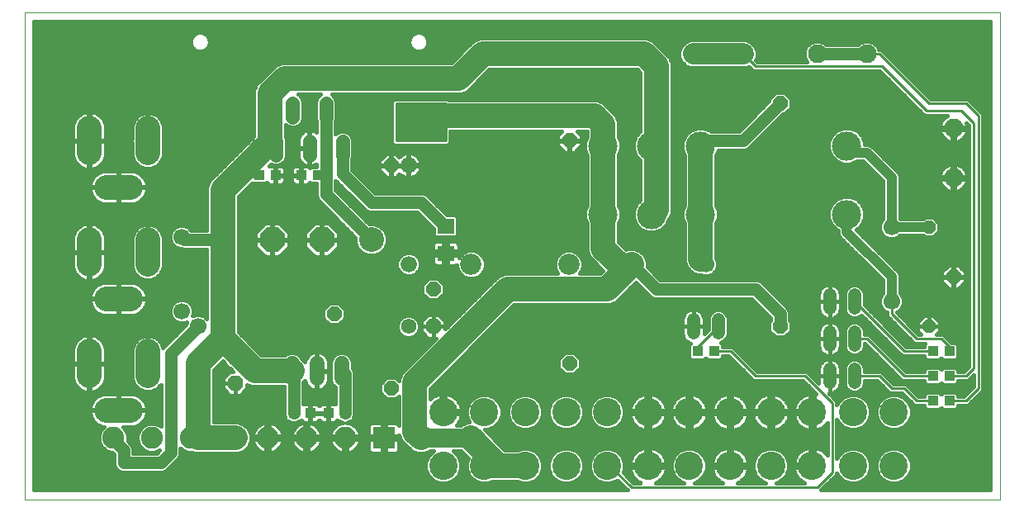
<source format=gtl>
G75*
G70*
%OFA0B0*%
%FSLAX24Y24*%
%IPPOS*%
%LPD*%
%AMOC8*
5,1,8,0,0,1.08239X$1,22.5*
%
%ADD10C,0.0000*%
%ADD11OC8,0.0620*%
%ADD12C,0.0620*%
%ADD13R,0.0433X0.0394*%
%ADD14R,0.0886X0.0886*%
%ADD15C,0.0886*%
%ADD16C,0.1142*%
%ADD17OC8,0.0600*%
%ADD18C,0.0520*%
%ADD19C,0.0669*%
%ADD20R,0.0394X0.0433*%
%ADD21OC8,0.0520*%
%ADD22C,0.1181*%
%ADD23R,0.0709X0.0630*%
%ADD24C,0.0600*%
%ADD25C,0.0554*%
%ADD26C,0.0860*%
%ADD27C,0.0768*%
%ADD28C,0.0984*%
%ADD29C,0.1000*%
%ADD30OC8,0.1000*%
%ADD31C,0.0660*%
%ADD32C,0.0500*%
%ADD33C,0.0100*%
%ADD34C,0.0060*%
%ADD35C,0.0160*%
%ADD36C,0.1660*%
%ADD37C,0.0591*%
%ADD38C,0.0860*%
%ADD39C,0.1000*%
%ADD40C,0.0400*%
%ADD41C,0.0240*%
%ADD42C,0.0760*%
%ADD43C,0.0356*%
D10*
X000576Y008842D02*
X000576Y028527D01*
X039946Y028527D01*
X039946Y008842D01*
X000576Y008842D01*
X003978Y012255D02*
X004765Y012255D01*
X004791Y012257D01*
X004816Y012262D01*
X004840Y012270D01*
X004863Y012281D01*
X004885Y012296D01*
X004904Y012313D01*
X004921Y012332D01*
X004936Y012353D01*
X004947Y012377D01*
X004955Y012401D01*
X004960Y012426D01*
X004962Y012452D01*
X004960Y012478D01*
X004955Y012503D01*
X004947Y012527D01*
X004936Y012550D01*
X004921Y012572D01*
X004904Y012591D01*
X004885Y012608D01*
X004864Y012623D01*
X004840Y012634D01*
X004816Y012642D01*
X004791Y012647D01*
X004765Y012649D01*
X003978Y012649D01*
X003952Y012647D01*
X003927Y012642D01*
X003903Y012634D01*
X003879Y012623D01*
X003858Y012608D01*
X003839Y012591D01*
X003822Y012572D01*
X003807Y012551D01*
X003796Y012527D01*
X003788Y012503D01*
X003783Y012478D01*
X003781Y012452D01*
X003783Y012426D01*
X003788Y012401D01*
X003796Y012377D01*
X003807Y012354D01*
X003822Y012332D01*
X003839Y012313D01*
X003858Y012296D01*
X003879Y012281D01*
X003903Y012270D01*
X003927Y012262D01*
X003952Y012257D01*
X003978Y012255D01*
X005356Y013850D02*
X005356Y014834D01*
X005553Y015031D02*
X005579Y015029D01*
X005604Y015024D01*
X005628Y015016D01*
X005652Y015005D01*
X005673Y014990D01*
X005692Y014973D01*
X005709Y014954D01*
X005724Y014932D01*
X005735Y014909D01*
X005743Y014885D01*
X005748Y014860D01*
X005750Y014834D01*
X005750Y013850D01*
X005748Y013824D01*
X005743Y013799D01*
X005735Y013775D01*
X005724Y013751D01*
X005709Y013730D01*
X005692Y013711D01*
X005673Y013694D01*
X005651Y013679D01*
X005628Y013668D01*
X005604Y013660D01*
X005579Y013655D01*
X005553Y013653D01*
X005527Y013655D01*
X005502Y013660D01*
X005478Y013668D01*
X005454Y013679D01*
X005433Y013694D01*
X005414Y013711D01*
X005397Y013730D01*
X005382Y013752D01*
X005371Y013775D01*
X005363Y013799D01*
X005358Y013824D01*
X005356Y013850D01*
X005356Y014834D02*
X005358Y014860D01*
X005363Y014885D01*
X005371Y014909D01*
X005382Y014933D01*
X005397Y014954D01*
X005414Y014973D01*
X005433Y014990D01*
X005454Y015005D01*
X005478Y015016D01*
X005502Y015024D01*
X005527Y015029D01*
X005553Y015031D01*
X004765Y016755D02*
X003978Y016755D01*
X003781Y016952D02*
X003783Y016978D01*
X003788Y017003D01*
X003796Y017027D01*
X003807Y017051D01*
X003822Y017072D01*
X003839Y017091D01*
X003858Y017108D01*
X003879Y017123D01*
X003903Y017134D01*
X003927Y017142D01*
X003952Y017147D01*
X003978Y017149D01*
X004765Y017149D01*
X004962Y016952D02*
X004960Y016926D01*
X004955Y016901D01*
X004947Y016877D01*
X004936Y016853D01*
X004921Y016832D01*
X004904Y016813D01*
X004885Y016796D01*
X004863Y016781D01*
X004840Y016770D01*
X004816Y016762D01*
X004791Y016757D01*
X004765Y016755D01*
X004962Y016952D02*
X004960Y016978D01*
X004955Y017003D01*
X004947Y017027D01*
X004936Y017050D01*
X004921Y017072D01*
X004904Y017091D01*
X004885Y017108D01*
X004864Y017123D01*
X004840Y017134D01*
X004816Y017142D01*
X004791Y017147D01*
X004765Y017149D01*
X003978Y016755D02*
X003952Y016757D01*
X003927Y016762D01*
X003903Y016770D01*
X003879Y016781D01*
X003858Y016796D01*
X003839Y016813D01*
X003822Y016832D01*
X003807Y016854D01*
X003796Y016877D01*
X003788Y016901D01*
X003783Y016926D01*
X003781Y016952D01*
X003387Y018448D02*
X003387Y019236D01*
X003388Y019236D02*
X003386Y019262D01*
X003381Y019287D01*
X003373Y019311D01*
X003362Y019334D01*
X003347Y019356D01*
X003330Y019375D01*
X003311Y019392D01*
X003290Y019407D01*
X003266Y019418D01*
X003242Y019426D01*
X003217Y019431D01*
X003191Y019433D01*
X003165Y019431D01*
X003140Y019426D01*
X003116Y019418D01*
X003092Y019407D01*
X003071Y019392D01*
X003052Y019375D01*
X003035Y019356D01*
X003020Y019335D01*
X003009Y019311D01*
X003001Y019287D01*
X002996Y019262D01*
X002994Y019236D01*
X002994Y018448D01*
X003191Y018251D02*
X003217Y018253D01*
X003242Y018258D01*
X003266Y018266D01*
X003289Y018277D01*
X003311Y018292D01*
X003330Y018309D01*
X003347Y018328D01*
X003362Y018349D01*
X003373Y018373D01*
X003381Y018397D01*
X003386Y018422D01*
X003388Y018448D01*
X003191Y018251D02*
X003165Y018253D01*
X003140Y018258D01*
X003116Y018266D01*
X003092Y018277D01*
X003071Y018292D01*
X003052Y018309D01*
X003035Y018328D01*
X003020Y018350D01*
X003009Y018373D01*
X003001Y018397D01*
X002996Y018422D01*
X002994Y018448D01*
X005356Y018350D02*
X005356Y019334D01*
X005553Y019531D02*
X005579Y019529D01*
X005604Y019524D01*
X005628Y019516D01*
X005652Y019505D01*
X005673Y019490D01*
X005692Y019473D01*
X005709Y019454D01*
X005724Y019432D01*
X005735Y019409D01*
X005743Y019385D01*
X005748Y019360D01*
X005750Y019334D01*
X005750Y018350D01*
X005748Y018324D01*
X005743Y018299D01*
X005735Y018275D01*
X005724Y018251D01*
X005709Y018230D01*
X005692Y018211D01*
X005673Y018194D01*
X005651Y018179D01*
X005628Y018168D01*
X005604Y018160D01*
X005579Y018155D01*
X005553Y018153D01*
X005527Y018155D01*
X005502Y018160D01*
X005478Y018168D01*
X005454Y018179D01*
X005433Y018194D01*
X005414Y018211D01*
X005397Y018230D01*
X005382Y018252D01*
X005371Y018275D01*
X005363Y018299D01*
X005358Y018324D01*
X005356Y018350D01*
X005356Y019334D02*
X005358Y019360D01*
X005363Y019385D01*
X005371Y019409D01*
X005382Y019433D01*
X005397Y019454D01*
X005414Y019473D01*
X005433Y019490D01*
X005454Y019505D01*
X005478Y019516D01*
X005502Y019524D01*
X005527Y019529D01*
X005553Y019531D01*
X004765Y021255D02*
X003978Y021255D01*
X003781Y021452D02*
X003783Y021478D01*
X003788Y021503D01*
X003796Y021527D01*
X003807Y021551D01*
X003822Y021572D01*
X003839Y021591D01*
X003858Y021608D01*
X003879Y021623D01*
X003903Y021634D01*
X003927Y021642D01*
X003952Y021647D01*
X003978Y021649D01*
X004765Y021649D01*
X004962Y021452D02*
X004960Y021426D01*
X004955Y021401D01*
X004947Y021377D01*
X004936Y021353D01*
X004921Y021332D01*
X004904Y021313D01*
X004885Y021296D01*
X004863Y021281D01*
X004840Y021270D01*
X004816Y021262D01*
X004791Y021257D01*
X004765Y021255D01*
X004962Y021452D02*
X004960Y021478D01*
X004955Y021503D01*
X004947Y021527D01*
X004936Y021550D01*
X004921Y021572D01*
X004904Y021591D01*
X004885Y021608D01*
X004864Y021623D01*
X004840Y021634D01*
X004816Y021642D01*
X004791Y021647D01*
X004765Y021649D01*
X003978Y021255D02*
X003952Y021257D01*
X003927Y021262D01*
X003903Y021270D01*
X003879Y021281D01*
X003858Y021296D01*
X003839Y021313D01*
X003822Y021332D01*
X003807Y021354D01*
X003796Y021377D01*
X003788Y021401D01*
X003783Y021426D01*
X003781Y021452D01*
X003387Y022948D02*
X003387Y023736D01*
X003388Y023736D02*
X003386Y023762D01*
X003381Y023787D01*
X003373Y023811D01*
X003362Y023834D01*
X003347Y023856D01*
X003330Y023875D01*
X003311Y023892D01*
X003290Y023907D01*
X003266Y023918D01*
X003242Y023926D01*
X003217Y023931D01*
X003191Y023933D01*
X003165Y023931D01*
X003140Y023926D01*
X003116Y023918D01*
X003092Y023907D01*
X003071Y023892D01*
X003052Y023875D01*
X003035Y023856D01*
X003020Y023835D01*
X003009Y023811D01*
X003001Y023787D01*
X002996Y023762D01*
X002994Y023736D01*
X002994Y022948D01*
X003191Y022751D02*
X003217Y022753D01*
X003242Y022758D01*
X003266Y022766D01*
X003289Y022777D01*
X003311Y022792D01*
X003330Y022809D01*
X003347Y022828D01*
X003362Y022849D01*
X003373Y022873D01*
X003381Y022897D01*
X003386Y022922D01*
X003388Y022948D01*
X003191Y022751D02*
X003165Y022753D01*
X003140Y022758D01*
X003116Y022766D01*
X003092Y022777D01*
X003071Y022792D01*
X003052Y022809D01*
X003035Y022828D01*
X003020Y022850D01*
X003009Y022873D01*
X003001Y022897D01*
X002996Y022922D01*
X002994Y022948D01*
X005356Y022850D02*
X005356Y023834D01*
X005553Y024031D02*
X005579Y024029D01*
X005604Y024024D01*
X005628Y024016D01*
X005652Y024005D01*
X005673Y023990D01*
X005692Y023973D01*
X005709Y023954D01*
X005724Y023932D01*
X005735Y023909D01*
X005743Y023885D01*
X005748Y023860D01*
X005750Y023834D01*
X005750Y022850D01*
X005748Y022824D01*
X005743Y022799D01*
X005735Y022775D01*
X005724Y022751D01*
X005709Y022730D01*
X005692Y022711D01*
X005673Y022694D01*
X005651Y022679D01*
X005628Y022668D01*
X005604Y022660D01*
X005579Y022655D01*
X005553Y022653D01*
X005527Y022655D01*
X005502Y022660D01*
X005478Y022668D01*
X005454Y022679D01*
X005433Y022694D01*
X005414Y022711D01*
X005397Y022730D01*
X005382Y022752D01*
X005371Y022775D01*
X005363Y022799D01*
X005358Y022824D01*
X005356Y022850D01*
X005356Y023834D02*
X005358Y023860D01*
X005363Y023885D01*
X005371Y023909D01*
X005382Y023933D01*
X005397Y023954D01*
X005414Y023973D01*
X005433Y023990D01*
X005454Y024005D01*
X005478Y024016D01*
X005502Y024024D01*
X005527Y024029D01*
X005553Y024031D01*
X007352Y027326D02*
X007354Y027361D01*
X007360Y027396D01*
X007370Y027430D01*
X007383Y027463D01*
X007400Y027494D01*
X007421Y027522D01*
X007444Y027549D01*
X007471Y027572D01*
X007499Y027593D01*
X007530Y027610D01*
X007563Y027623D01*
X007597Y027633D01*
X007632Y027639D01*
X007667Y027641D01*
X007702Y027639D01*
X007737Y027633D01*
X007771Y027623D01*
X007804Y027610D01*
X007835Y027593D01*
X007863Y027572D01*
X007890Y027549D01*
X007913Y027522D01*
X007934Y027494D01*
X007951Y027463D01*
X007964Y027430D01*
X007974Y027396D01*
X007980Y027361D01*
X007982Y027326D01*
X007980Y027291D01*
X007974Y027256D01*
X007964Y027222D01*
X007951Y027189D01*
X007934Y027158D01*
X007913Y027130D01*
X007890Y027103D01*
X007863Y027080D01*
X007835Y027059D01*
X007804Y027042D01*
X007771Y027029D01*
X007737Y027019D01*
X007702Y027013D01*
X007667Y027011D01*
X007632Y027013D01*
X007597Y027019D01*
X007563Y027029D01*
X007530Y027042D01*
X007499Y027059D01*
X007471Y027080D01*
X007444Y027103D01*
X007421Y027130D01*
X007400Y027158D01*
X007383Y027189D01*
X007370Y027222D01*
X007360Y027256D01*
X007354Y027291D01*
X007352Y027326D01*
X016171Y027326D02*
X016173Y027361D01*
X016179Y027396D01*
X016189Y027430D01*
X016202Y027463D01*
X016219Y027494D01*
X016240Y027522D01*
X016263Y027549D01*
X016290Y027572D01*
X016318Y027593D01*
X016349Y027610D01*
X016382Y027623D01*
X016416Y027633D01*
X016451Y027639D01*
X016486Y027641D01*
X016521Y027639D01*
X016556Y027633D01*
X016590Y027623D01*
X016623Y027610D01*
X016654Y027593D01*
X016682Y027572D01*
X016709Y027549D01*
X016732Y027522D01*
X016753Y027494D01*
X016770Y027463D01*
X016783Y027430D01*
X016793Y027396D01*
X016799Y027361D01*
X016801Y027326D01*
X016799Y027291D01*
X016793Y027256D01*
X016783Y027222D01*
X016770Y027189D01*
X016753Y027158D01*
X016732Y027130D01*
X016709Y027103D01*
X016682Y027080D01*
X016654Y027059D01*
X016623Y027042D01*
X016590Y027029D01*
X016556Y027019D01*
X016521Y027013D01*
X016486Y027011D01*
X016451Y027013D01*
X016416Y027019D01*
X016382Y027029D01*
X016349Y027042D01*
X016318Y027059D01*
X016290Y027080D01*
X016263Y027103D01*
X016240Y027130D01*
X016219Y027158D01*
X016202Y027189D01*
X016189Y027222D01*
X016179Y027256D01*
X016173Y027291D01*
X016171Y027326D01*
X003387Y014736D02*
X003387Y013948D01*
X003388Y013948D02*
X003386Y013922D01*
X003381Y013897D01*
X003373Y013873D01*
X003362Y013849D01*
X003347Y013828D01*
X003330Y013809D01*
X003311Y013792D01*
X003289Y013777D01*
X003266Y013766D01*
X003242Y013758D01*
X003217Y013753D01*
X003191Y013751D01*
X003165Y013753D01*
X003140Y013758D01*
X003116Y013766D01*
X003092Y013777D01*
X003071Y013792D01*
X003052Y013809D01*
X003035Y013828D01*
X003020Y013850D01*
X003009Y013873D01*
X003001Y013897D01*
X002996Y013922D01*
X002994Y013948D01*
X002994Y014736D01*
X003191Y014933D02*
X003217Y014931D01*
X003242Y014926D01*
X003266Y014918D01*
X003290Y014907D01*
X003311Y014892D01*
X003330Y014875D01*
X003347Y014856D01*
X003362Y014834D01*
X003373Y014811D01*
X003381Y014787D01*
X003386Y014762D01*
X003388Y014736D01*
X003191Y014933D02*
X003165Y014931D01*
X003140Y014926D01*
X003116Y014918D01*
X003092Y014907D01*
X003071Y014892D01*
X003052Y014875D01*
X003035Y014856D01*
X003020Y014835D01*
X003009Y014811D01*
X003001Y014787D01*
X002996Y014762D01*
X002994Y014736D01*
D11*
X009076Y013542D03*
X017076Y015842D03*
D12*
X016076Y015842D03*
X009076Y014542D03*
D13*
X011442Y012342D03*
X012111Y012342D03*
X012842Y012342D03*
X013511Y012342D03*
X012411Y021942D03*
X011742Y021942D03*
X010711Y021942D03*
X010042Y021942D03*
D14*
X015076Y011342D03*
D15*
X013517Y011342D03*
X011958Y011342D03*
X010399Y011342D03*
X008840Y011342D03*
X007281Y011342D03*
X005722Y011342D03*
X004163Y011342D03*
D16*
X017482Y012381D03*
X019135Y012381D03*
X020789Y012381D03*
X022443Y012381D03*
X024096Y012381D03*
X025750Y012381D03*
X027403Y012381D03*
X029057Y012381D03*
X030710Y012381D03*
X032364Y012381D03*
X034017Y012381D03*
X035671Y012381D03*
X035671Y010216D03*
X034017Y010216D03*
X032364Y010216D03*
X030710Y010216D03*
X029057Y010216D03*
X027403Y010216D03*
X025750Y010216D03*
X024096Y010216D03*
X022443Y010216D03*
X020789Y010216D03*
X019135Y010216D03*
X017482Y010216D03*
D17*
X015376Y013342D03*
X013076Y016342D03*
X017076Y017342D03*
X022576Y014342D03*
X031076Y015842D03*
X038076Y017842D03*
X031076Y024842D03*
X022576Y023342D03*
X019576Y024342D03*
X020076Y026842D03*
X015376Y022342D03*
D18*
X027576Y016102D02*
X027576Y015582D01*
X028576Y015582D02*
X028576Y016102D01*
X033076Y016582D02*
X033076Y017102D01*
X034076Y017102D02*
X034076Y016582D01*
X034076Y015602D02*
X034076Y015082D01*
X033076Y015082D02*
X033076Y015602D01*
X033076Y014102D02*
X033076Y013582D01*
X034076Y013582D02*
X034076Y014102D01*
D19*
X035576Y016842D03*
X035576Y019842D03*
X028076Y018342D03*
X025076Y018342D03*
X007576Y015842D03*
X006926Y016442D03*
X006926Y019442D03*
X007576Y012842D03*
D20*
X027742Y014842D03*
X028411Y014842D03*
X037242Y014842D03*
X037911Y014842D03*
X037911Y013842D03*
X037242Y013842D03*
X037242Y012842D03*
X037911Y012842D03*
D21*
X037076Y015842D03*
X037076Y019842D03*
D22*
X033761Y020366D03*
X033761Y023121D03*
X027856Y023121D03*
X025887Y023121D03*
X023919Y023121D03*
X023919Y020366D03*
X025887Y020366D03*
X027856Y020366D03*
D23*
X017576Y019893D03*
X017576Y018791D03*
D24*
X013376Y014342D02*
X013376Y013742D01*
X012376Y013742D02*
X012376Y014342D01*
X011376Y014342D02*
X011376Y013742D01*
D25*
X010738Y022758D02*
X010738Y023312D01*
X011407Y024293D02*
X011407Y024847D01*
X012746Y024847D02*
X012746Y024293D01*
X013415Y023312D02*
X013415Y022758D01*
X012076Y022758D02*
X012076Y023312D01*
D26*
X018608Y018342D03*
X022545Y018342D03*
D27*
X022576Y026842D03*
X024576Y026842D03*
X027576Y026842D03*
X029576Y026842D03*
X032576Y026842D03*
X034576Y026842D03*
X038076Y023842D03*
X038076Y021842D03*
D28*
X005553Y022850D02*
X005553Y023834D01*
X003191Y023834D02*
X003191Y022850D01*
X003880Y021452D02*
X004864Y021452D01*
X005553Y019334D02*
X005553Y018350D01*
X004864Y016952D02*
X003880Y016952D01*
X003191Y018350D02*
X003191Y019334D01*
X003191Y014834D02*
X003191Y013850D01*
X003880Y012452D02*
X004864Y012452D01*
X005553Y013850D02*
X005553Y014834D01*
D29*
X008576Y019342D03*
X014576Y019342D03*
D30*
X012576Y019342D03*
X010576Y019342D03*
D31*
X016076Y018342D03*
X016076Y022342D03*
D32*
X016576Y020842D02*
X014576Y020842D01*
X013415Y022003D01*
X013415Y023035D01*
X012746Y021842D02*
X012746Y021173D01*
X014576Y019342D01*
X016576Y020842D02*
X017576Y019842D01*
X012746Y021842D02*
X012746Y024570D01*
X010738Y023035D02*
X010476Y023096D01*
X010269Y023035D02*
X010738Y023035D01*
X007026Y019342D02*
X006926Y019442D01*
X007026Y019342D02*
X008576Y019342D01*
X007576Y015842D02*
X006476Y014742D01*
X006476Y010742D01*
X006076Y010342D01*
X004576Y010342D01*
X004576Y010842D01*
X004076Y011342D01*
X004163Y011342D02*
X004163Y011329D01*
X007576Y012342D02*
X007742Y012507D01*
X007742Y012677D01*
X007576Y012842D01*
X009076Y014542D02*
X009576Y014042D01*
X009876Y014042D01*
X011076Y014042D02*
X011442Y013677D01*
X011442Y012342D01*
X013511Y012342D02*
X013511Y013907D01*
X013376Y014042D01*
X024576Y018342D02*
X025076Y018342D01*
X026076Y017342D01*
X030076Y017342D01*
X031076Y016342D01*
X031076Y015842D01*
X028076Y018342D02*
X027856Y018562D01*
X025887Y020366D02*
X026076Y020555D01*
X028076Y022842D02*
X027797Y023121D01*
X027576Y023342D01*
X029576Y023342D01*
X031076Y024842D01*
X032576Y026842D02*
X034576Y026842D01*
X027856Y023121D02*
X027797Y023121D01*
X026076Y023310D02*
X025887Y023121D01*
D33*
X029576Y026842D02*
X030076Y026342D01*
X035176Y026342D01*
X036976Y024542D01*
X038376Y024542D01*
X038876Y024042D01*
X038876Y014142D01*
X038576Y013842D01*
X037911Y013842D01*
X037242Y013842D02*
X036076Y013842D01*
X034576Y015342D01*
X034076Y015342D01*
X035576Y016342D02*
X035576Y016842D01*
X035576Y016342D02*
X036576Y015342D01*
X037576Y015342D01*
X037911Y015007D01*
X037911Y014842D01*
X037242Y014842D02*
X036076Y014842D01*
X034076Y016842D01*
X034076Y013842D02*
X035076Y013842D01*
X035576Y013342D01*
X036076Y013342D01*
X036576Y012842D01*
X037242Y012842D01*
X037911Y012842D02*
X038576Y012842D01*
X039076Y013342D01*
X039076Y024342D01*
X038576Y024842D01*
X037076Y024842D01*
X035076Y026842D01*
X034576Y026842D01*
X028576Y015842D02*
X027742Y015007D01*
X027742Y014842D01*
X028576Y014842D02*
X029076Y014842D01*
X030076Y013842D01*
X032076Y013842D01*
X033176Y012742D01*
X033176Y009942D01*
X032576Y009342D01*
X025076Y009342D01*
X024202Y010216D01*
X024096Y010216D01*
X017576Y023342D02*
X015576Y023342D01*
X015576Y024842D01*
X017576Y024842D01*
X017576Y023342D01*
X017576Y023420D02*
X015576Y023420D01*
X015576Y023519D02*
X017576Y023519D01*
X017576Y023617D02*
X015576Y023617D01*
X015576Y023716D02*
X017576Y023716D01*
X017576Y023814D02*
X015576Y023814D01*
X015576Y023913D02*
X017576Y023913D01*
X017576Y024011D02*
X015576Y024011D01*
X015576Y024110D02*
X017576Y024110D01*
X017576Y024208D02*
X015576Y024208D01*
X015576Y024307D02*
X017576Y024307D01*
X017576Y024405D02*
X015576Y024405D01*
X015576Y024504D02*
X017576Y024504D01*
X017576Y024602D02*
X015576Y024602D01*
X015576Y024701D02*
X017576Y024701D01*
X017576Y024799D02*
X015576Y024799D01*
D34*
X012746Y021842D02*
X012576Y021842D01*
X012411Y021942D01*
X010076Y021842D02*
X010042Y021942D01*
X010076Y021842D02*
X009576Y021842D01*
X009326Y022092D01*
X005576Y023342D02*
X005553Y023342D01*
X005076Y023342D01*
X017576Y019893D02*
X017576Y019842D01*
X007576Y011342D02*
X007281Y011342D01*
X004163Y011342D02*
X004076Y011342D01*
X028411Y014842D02*
X028576Y014842D01*
D35*
X028748Y015032D02*
X028748Y015116D01*
X028675Y015190D01*
X028803Y015243D01*
X028915Y015355D01*
X028976Y015502D01*
X028976Y016182D01*
X028915Y016329D01*
X028803Y016441D01*
X028656Y016502D01*
X028497Y016502D01*
X028350Y016441D01*
X028237Y016329D01*
X028176Y016182D01*
X028176Y015711D01*
X028016Y015551D01*
X028016Y015842D01*
X028016Y016137D01*
X028006Y016205D01*
X027984Y016271D01*
X027953Y016333D01*
X027912Y016389D01*
X027863Y016438D01*
X027807Y016478D01*
X027745Y016510D01*
X027679Y016531D01*
X027611Y016542D01*
X027576Y016542D01*
X027542Y016542D01*
X027473Y016531D01*
X027407Y016510D01*
X027346Y016478D01*
X027290Y016438D01*
X027241Y016389D01*
X027200Y016333D01*
X027169Y016271D01*
X027147Y016205D01*
X027136Y016137D01*
X027136Y015842D01*
X027576Y015842D01*
X027576Y015842D01*
X027136Y015842D01*
X027136Y015547D01*
X027147Y015479D01*
X027169Y015413D01*
X027200Y015351D01*
X027241Y015295D01*
X027290Y015246D01*
X027346Y015206D01*
X027407Y015174D01*
X027449Y015161D01*
X027405Y015116D01*
X027405Y014567D01*
X027487Y014485D01*
X027997Y014485D01*
X028076Y014565D01*
X028156Y014485D01*
X028666Y014485D01*
X028748Y014567D01*
X028748Y014652D01*
X028998Y014652D01*
X029998Y013652D01*
X031998Y013652D01*
X032538Y013112D01*
X032511Y013119D01*
X032444Y013128D01*
X032444Y012461D01*
X032284Y012461D01*
X032284Y012301D01*
X032444Y012301D01*
X032444Y011635D01*
X032511Y011643D01*
X032606Y011669D01*
X032697Y011706D01*
X032782Y011756D01*
X032860Y011816D01*
X032930Y011885D01*
X032986Y011959D01*
X032986Y010638D01*
X032930Y010712D01*
X032860Y010782D01*
X032782Y010842D01*
X032697Y010891D01*
X032606Y010929D01*
X032511Y010954D01*
X032444Y010963D01*
X032444Y010296D01*
X032284Y010296D01*
X032284Y010963D01*
X032217Y010954D01*
X032122Y010929D01*
X032031Y010891D01*
X031946Y010842D01*
X031868Y010782D01*
X031798Y010712D01*
X031738Y010634D01*
X031689Y010549D01*
X031651Y010458D01*
X031626Y010363D01*
X031617Y010296D01*
X032284Y010296D01*
X032284Y010136D01*
X031617Y010136D01*
X031626Y010069D01*
X031651Y009974D01*
X031689Y009883D01*
X031738Y009798D01*
X031798Y009720D01*
X031868Y009650D01*
X031946Y009590D01*
X032031Y009541D01*
X032053Y009532D01*
X030916Y009532D01*
X031113Y009613D01*
X031313Y009813D01*
X031421Y010075D01*
X031421Y010357D01*
X031313Y010619D01*
X031113Y010819D01*
X030852Y010927D01*
X030569Y010927D01*
X030308Y010819D01*
X030108Y010619D01*
X029999Y010357D01*
X029999Y010075D01*
X030108Y009813D01*
X030308Y009613D01*
X030504Y009532D01*
X029367Y009532D01*
X029390Y009541D01*
X029475Y009590D01*
X029553Y009650D01*
X029622Y009720D01*
X029682Y009798D01*
X029732Y009883D01*
X029769Y009974D01*
X029795Y010069D01*
X029804Y010136D01*
X029137Y010136D01*
X029137Y010296D01*
X029804Y010296D01*
X029795Y010363D01*
X029769Y010458D01*
X029732Y010549D01*
X029682Y010634D01*
X029622Y010712D01*
X029553Y010782D01*
X029475Y010842D01*
X029390Y010891D01*
X029299Y010929D01*
X029203Y010954D01*
X029137Y010963D01*
X029137Y010296D01*
X028977Y010296D01*
X028977Y010963D01*
X028910Y010954D01*
X028815Y010929D01*
X028724Y010891D01*
X028639Y010842D01*
X028561Y010782D01*
X028491Y010712D01*
X028431Y010634D01*
X028382Y010549D01*
X028344Y010458D01*
X028319Y010363D01*
X028310Y010296D01*
X028977Y010296D01*
X028977Y010136D01*
X028310Y010136D01*
X028319Y010069D01*
X028344Y009974D01*
X028382Y009883D01*
X028431Y009798D01*
X028491Y009720D01*
X028561Y009650D01*
X028639Y009590D01*
X028724Y009541D01*
X028746Y009532D01*
X027609Y009532D01*
X027806Y009613D01*
X028006Y009813D01*
X028114Y010075D01*
X028114Y010357D01*
X028006Y010619D01*
X027806Y010819D01*
X027545Y010927D01*
X027262Y010927D01*
X027000Y010819D01*
X026801Y010619D01*
X026692Y010357D01*
X026692Y010075D01*
X026801Y009813D01*
X027000Y009613D01*
X027197Y009532D01*
X026060Y009532D01*
X026082Y009541D01*
X026168Y009590D01*
X026246Y009650D01*
X026315Y009720D01*
X026375Y009798D01*
X026424Y009883D01*
X026462Y009974D01*
X026488Y010069D01*
X026496Y010136D01*
X025830Y010136D01*
X025830Y010296D01*
X026496Y010296D01*
X026488Y010363D01*
X026462Y010458D01*
X026424Y010549D01*
X026375Y010634D01*
X026315Y010712D01*
X026246Y010782D01*
X026168Y010842D01*
X026082Y010891D01*
X025991Y010929D01*
X025896Y010954D01*
X025830Y010963D01*
X025830Y010296D01*
X025670Y010296D01*
X025670Y010963D01*
X025603Y010954D01*
X025508Y010929D01*
X025417Y010891D01*
X025332Y010842D01*
X025253Y010782D01*
X025184Y010712D01*
X025124Y010634D01*
X025075Y010549D01*
X025037Y010458D01*
X025012Y010363D01*
X025003Y010296D01*
X025670Y010296D01*
X025670Y010136D01*
X025003Y010136D01*
X025012Y010069D01*
X025037Y009974D01*
X025075Y009883D01*
X025124Y009798D01*
X025184Y009720D01*
X025253Y009650D01*
X025332Y009590D01*
X025417Y009541D01*
X025439Y009532D01*
X025155Y009532D01*
X024750Y009937D01*
X024807Y010075D01*
X024807Y010357D01*
X024699Y010619D01*
X024499Y010819D01*
X024237Y010927D01*
X023955Y010927D01*
X023693Y010819D01*
X023493Y010619D01*
X023385Y010357D01*
X023385Y010075D01*
X023493Y009813D01*
X023693Y009613D01*
X023955Y009505D01*
X024237Y009505D01*
X024499Y009613D01*
X024518Y009632D01*
X024886Y009263D01*
X024914Y009236D01*
X000970Y009236D01*
X000970Y028133D01*
X039553Y028133D01*
X039553Y009236D01*
X032739Y009236D01*
X033255Y009752D01*
X033366Y009863D01*
X033366Y009930D01*
X033415Y009813D01*
X033615Y009613D01*
X033876Y009505D01*
X034159Y009505D01*
X034420Y009613D01*
X034620Y009813D01*
X034728Y010075D01*
X034728Y010357D01*
X034620Y010619D01*
X034420Y010819D01*
X034159Y010927D01*
X033876Y010927D01*
X033615Y010819D01*
X033415Y010619D01*
X033366Y010502D01*
X033366Y012095D01*
X033415Y011979D01*
X033615Y011779D01*
X033876Y011670D01*
X034159Y011670D01*
X034420Y011779D01*
X034620Y011979D01*
X034728Y012240D01*
X034728Y012523D01*
X034620Y012784D01*
X034420Y012984D01*
X034159Y013092D01*
X033876Y013092D01*
X033615Y012984D01*
X033415Y012784D01*
X033366Y012667D01*
X033366Y012821D01*
X033045Y013142D01*
X033076Y013142D01*
X033076Y013842D01*
X033076Y013842D01*
X032636Y013842D01*
X032636Y014137D01*
X032647Y014205D01*
X032669Y014271D01*
X032700Y014333D01*
X032741Y014389D01*
X032790Y014438D01*
X032846Y014478D01*
X032907Y014510D01*
X032973Y014531D01*
X033042Y014542D01*
X033076Y014542D01*
X033076Y013842D01*
X032636Y013842D01*
X032636Y013551D01*
X032266Y013921D01*
X032155Y014032D01*
X030155Y014032D01*
X029266Y014921D01*
X029155Y015032D01*
X028748Y015032D01*
X028682Y015182D02*
X032636Y015182D01*
X032636Y015047D02*
X032647Y014979D01*
X032669Y014913D01*
X032700Y014851D01*
X032741Y014795D01*
X032790Y014746D01*
X032846Y014706D01*
X032907Y014674D01*
X032973Y014653D01*
X033042Y014642D01*
X033076Y014642D01*
X033076Y015342D01*
X033076Y015342D01*
X032636Y015342D01*
X032636Y015637D01*
X032647Y015705D01*
X032669Y015771D01*
X032700Y015833D01*
X032741Y015889D01*
X032790Y015938D01*
X032846Y015978D01*
X032907Y016010D01*
X032973Y016031D01*
X033042Y016042D01*
X033076Y016042D01*
X033076Y015342D01*
X032636Y015342D01*
X032636Y015047D01*
X032640Y015023D02*
X029164Y015023D01*
X029322Y014865D02*
X032693Y014865D01*
X032845Y014706D02*
X029481Y014706D01*
X029639Y014548D02*
X035102Y014548D01*
X035260Y014389D02*
X034355Y014389D01*
X034303Y014441D02*
X034156Y014502D01*
X033997Y014502D01*
X033850Y014441D01*
X033737Y014329D01*
X033676Y014182D01*
X033676Y013502D01*
X033737Y013355D01*
X033850Y013243D01*
X033997Y013182D01*
X034156Y013182D01*
X034303Y013243D01*
X034415Y013355D01*
X034476Y013502D01*
X034476Y013652D01*
X034998Y013652D01*
X035386Y013263D01*
X035498Y013152D01*
X035998Y013152D01*
X036386Y012763D01*
X036498Y012652D01*
X036905Y012652D01*
X036905Y012567D01*
X036987Y012485D01*
X037497Y012485D01*
X037576Y012565D01*
X037656Y012485D01*
X038166Y012485D01*
X038248Y012567D01*
X038248Y012652D01*
X038655Y012652D01*
X039155Y013152D01*
X039266Y013263D01*
X039266Y024421D01*
X038766Y024921D01*
X038655Y025032D01*
X037155Y025032D01*
X035266Y026921D01*
X035155Y027032D01*
X035065Y027032D01*
X035020Y027139D01*
X034873Y027286D01*
X034681Y027366D01*
X034472Y027366D01*
X034280Y027286D01*
X034226Y027232D01*
X032927Y027232D01*
X032873Y027286D01*
X032681Y027366D01*
X032472Y027366D01*
X032280Y027286D01*
X032132Y027139D01*
X032053Y026946D01*
X032053Y026738D01*
X032132Y026545D01*
X032146Y026532D01*
X030155Y026532D01*
X030091Y026596D01*
X030146Y026729D01*
X030146Y026955D01*
X030060Y027165D01*
X029899Y027325D01*
X029690Y027412D01*
X027463Y027412D01*
X027253Y027325D01*
X027093Y027165D01*
X027006Y026955D01*
X027006Y026729D01*
X027093Y026519D01*
X027253Y026359D01*
X027463Y026272D01*
X029690Y026272D01*
X029823Y026327D01*
X029886Y026263D01*
X029998Y026152D01*
X035098Y026152D01*
X036786Y024463D01*
X036898Y024352D01*
X037835Y024352D01*
X037781Y024324D01*
X037709Y024272D01*
X037646Y024209D01*
X037594Y024137D01*
X037554Y024058D01*
X030844Y024058D01*
X031002Y024216D02*
X037653Y024216D01*
X037554Y024058D02*
X037526Y023974D01*
X037513Y023890D01*
X038028Y023890D01*
X038028Y023794D01*
X037513Y023794D01*
X037526Y023710D01*
X037554Y023626D01*
X037594Y023546D01*
X037646Y023475D01*
X037709Y023412D01*
X037781Y023360D01*
X037860Y023319D01*
X037944Y023292D01*
X038028Y023279D01*
X038028Y023794D01*
X038124Y023794D01*
X038124Y023279D01*
X038208Y023292D01*
X038293Y023319D01*
X038372Y023360D01*
X038444Y023412D01*
X038506Y023475D01*
X038559Y023546D01*
X038599Y023626D01*
X038626Y023710D01*
X038640Y023794D01*
X038124Y023794D01*
X038124Y023890D01*
X038640Y023890D01*
X038626Y023974D01*
X038603Y024047D01*
X038686Y023963D01*
X038686Y014221D01*
X038498Y014032D01*
X038248Y014032D01*
X038248Y014116D01*
X038166Y014199D01*
X037656Y014199D01*
X037576Y014119D01*
X037497Y014199D01*
X036987Y014199D01*
X036905Y014116D01*
X036905Y014032D01*
X036155Y014032D01*
X034766Y015421D01*
X034655Y015532D01*
X034476Y015532D01*
X034476Y015682D01*
X034415Y015829D01*
X034303Y015941D01*
X034156Y016002D01*
X033997Y016002D01*
X033850Y015941D01*
X033737Y015829D01*
X033676Y015682D01*
X033676Y015002D01*
X033737Y014855D01*
X033850Y014743D01*
X033997Y014682D01*
X034156Y014682D01*
X034303Y014743D01*
X034415Y014855D01*
X034476Y015002D01*
X034476Y015152D01*
X034498Y015152D01*
X035998Y013652D01*
X036905Y013652D01*
X036905Y013567D01*
X036987Y013485D01*
X037497Y013485D01*
X037576Y013565D01*
X037656Y013485D01*
X038166Y013485D01*
X038248Y013567D01*
X038248Y013652D01*
X038655Y013652D01*
X038766Y013763D01*
X038886Y013883D01*
X038886Y013421D01*
X038498Y013032D01*
X038248Y013032D01*
X038248Y013116D01*
X038166Y013199D01*
X037656Y013199D01*
X037576Y013119D01*
X037497Y013199D01*
X036987Y013199D01*
X036905Y013116D01*
X036905Y013032D01*
X036655Y013032D01*
X036155Y013532D01*
X035655Y013532D01*
X035155Y014032D01*
X034476Y014032D01*
X034476Y014182D01*
X034415Y014329D01*
X034303Y014441D01*
X034456Y014231D02*
X035419Y014231D01*
X035577Y014072D02*
X034476Y014072D01*
X034476Y013597D02*
X035053Y013597D01*
X035211Y013438D02*
X034450Y013438D01*
X034340Y013280D02*
X035370Y013280D01*
X035529Y013092D02*
X035268Y012984D01*
X035068Y012784D01*
X034960Y012523D01*
X034960Y012240D01*
X035068Y011979D01*
X035268Y011779D01*
X035529Y011670D01*
X035812Y011670D01*
X036074Y011779D01*
X036274Y011979D01*
X036382Y012240D01*
X036382Y012523D01*
X036274Y012784D01*
X036074Y012984D01*
X035812Y013092D01*
X035529Y013092D01*
X035247Y012963D02*
X034441Y012963D01*
X034600Y012804D02*
X035089Y012804D01*
X035011Y012646D02*
X034677Y012646D01*
X034728Y012487D02*
X034960Y012487D01*
X034960Y012329D02*
X034728Y012329D01*
X034699Y012170D02*
X034989Y012170D01*
X035054Y012012D02*
X034634Y012012D01*
X034495Y011853D02*
X035193Y011853D01*
X035470Y011695D02*
X034218Y011695D01*
X033817Y011695D02*
X033366Y011695D01*
X033366Y011853D02*
X033540Y011853D01*
X033401Y012012D02*
X033366Y012012D01*
X032986Y011853D02*
X032898Y011853D01*
X032986Y011695D02*
X032669Y011695D01*
X032444Y011695D02*
X032284Y011695D01*
X032284Y011635D02*
X032284Y012301D01*
X031617Y012301D01*
X031626Y012235D01*
X031651Y012139D01*
X031689Y012049D01*
X031738Y011963D01*
X031798Y011885D01*
X031868Y011816D01*
X031946Y011756D01*
X032031Y011706D01*
X032122Y011669D01*
X032217Y011643D01*
X032284Y011635D01*
X032284Y011853D02*
X032444Y011853D01*
X032444Y012012D02*
X032284Y012012D01*
X032284Y012170D02*
X032444Y012170D01*
X032284Y012329D02*
X030790Y012329D01*
X030790Y012301D02*
X030790Y012461D01*
X031457Y012461D01*
X031448Y012528D01*
X031423Y012623D01*
X031385Y012714D01*
X031336Y012799D01*
X031276Y012877D01*
X031206Y012947D01*
X031128Y013007D01*
X031043Y013056D01*
X030952Y013094D01*
X030857Y013119D01*
X030790Y013128D01*
X030790Y012461D01*
X030630Y012461D01*
X030630Y012301D01*
X030790Y012301D01*
X030790Y011635D01*
X030857Y011643D01*
X030952Y011669D01*
X031043Y011706D01*
X031128Y011756D01*
X031206Y011816D01*
X031276Y011885D01*
X031336Y011963D01*
X031385Y012049D01*
X031423Y012139D01*
X031448Y012235D01*
X031457Y012301D01*
X030790Y012301D01*
X030790Y012170D02*
X030630Y012170D01*
X030630Y012301D02*
X030630Y011635D01*
X030563Y011643D01*
X030468Y011669D01*
X030377Y011706D01*
X030292Y011756D01*
X030214Y011816D01*
X030144Y011885D01*
X030085Y011963D01*
X030035Y012049D01*
X029998Y012139D01*
X029972Y012235D01*
X029963Y012301D01*
X030630Y012301D01*
X030630Y012329D02*
X029137Y012329D01*
X029137Y012301D02*
X029137Y012461D01*
X029804Y012461D01*
X029795Y012528D01*
X029769Y012623D01*
X029732Y012714D01*
X029682Y012799D01*
X029622Y012877D01*
X029553Y012947D01*
X029475Y013007D01*
X029390Y013056D01*
X029299Y013094D01*
X029203Y013119D01*
X029137Y013128D01*
X029137Y012461D01*
X028977Y012461D01*
X028977Y012301D01*
X029137Y012301D01*
X029804Y012301D01*
X029795Y012235D01*
X029769Y012139D01*
X029732Y012049D01*
X029682Y011963D01*
X029622Y011885D01*
X029553Y011816D01*
X029475Y011756D01*
X029390Y011706D01*
X029299Y011669D01*
X029203Y011643D01*
X029137Y011635D01*
X029137Y012301D01*
X029137Y012170D02*
X028977Y012170D01*
X028977Y012301D02*
X028977Y011635D01*
X028910Y011643D01*
X028815Y011669D01*
X028724Y011706D01*
X028639Y011756D01*
X028561Y011816D01*
X028491Y011885D01*
X028431Y011963D01*
X028382Y012049D01*
X028344Y012139D01*
X028319Y012235D01*
X028310Y012301D01*
X028977Y012301D01*
X028977Y012329D02*
X027483Y012329D01*
X027483Y012301D02*
X027483Y012461D01*
X028150Y012461D01*
X028141Y012528D01*
X028116Y012623D01*
X028078Y012714D01*
X028029Y012799D01*
X027969Y012877D01*
X027899Y012947D01*
X027821Y013007D01*
X027736Y013056D01*
X027645Y013094D01*
X027550Y013119D01*
X027483Y013128D01*
X027483Y012461D01*
X027323Y012461D01*
X027323Y012301D01*
X027483Y012301D01*
X027483Y011635D01*
X027550Y011643D01*
X027645Y011669D01*
X027736Y011706D01*
X027821Y011756D01*
X027899Y011816D01*
X027969Y011885D01*
X028029Y011963D01*
X028078Y012049D01*
X028116Y012139D01*
X028141Y012235D01*
X028150Y012301D01*
X027483Y012301D01*
X027483Y012170D02*
X027323Y012170D01*
X027323Y012301D02*
X027323Y011635D01*
X027256Y011643D01*
X027161Y011669D01*
X027070Y011706D01*
X026985Y011756D01*
X026907Y011816D01*
X026837Y011885D01*
X026777Y011963D01*
X026728Y012049D01*
X026691Y012139D01*
X026665Y012235D01*
X026656Y012301D01*
X027323Y012301D01*
X027323Y012329D02*
X025830Y012329D01*
X025830Y012301D02*
X025830Y012461D01*
X026496Y012461D01*
X026488Y012528D01*
X026462Y012623D01*
X026424Y012714D01*
X026375Y012799D01*
X026315Y012877D01*
X026246Y012947D01*
X026168Y013007D01*
X026082Y013056D01*
X025991Y013094D01*
X025896Y013119D01*
X025830Y013128D01*
X025830Y012461D01*
X025670Y012461D01*
X025670Y012301D01*
X025830Y012301D01*
X026496Y012301D01*
X026488Y012235D01*
X026462Y012139D01*
X026424Y012049D01*
X026375Y011963D01*
X026315Y011885D01*
X026246Y011816D01*
X026168Y011756D01*
X026082Y011706D01*
X025991Y011669D01*
X025896Y011643D01*
X025830Y011635D01*
X025830Y012301D01*
X025830Y012170D02*
X025670Y012170D01*
X025670Y012301D02*
X025670Y011635D01*
X025603Y011643D01*
X025508Y011669D01*
X025417Y011706D01*
X025332Y011756D01*
X025253Y011816D01*
X025184Y011885D01*
X025124Y011963D01*
X025075Y012049D01*
X025037Y012139D01*
X025012Y012235D01*
X025003Y012301D01*
X025670Y012301D01*
X025670Y012329D02*
X024807Y012329D01*
X024807Y012240D02*
X024807Y012523D01*
X024699Y012784D01*
X024499Y012984D01*
X024237Y013092D01*
X023955Y013092D01*
X023693Y012984D01*
X023493Y012784D01*
X023385Y012523D01*
X023385Y012240D01*
X023493Y011979D01*
X023693Y011779D01*
X023955Y011670D01*
X024237Y011670D01*
X024499Y011779D01*
X024699Y011979D01*
X024807Y012240D01*
X024778Y012170D02*
X025029Y012170D01*
X025096Y012012D02*
X024713Y012012D01*
X024574Y011853D02*
X025216Y011853D01*
X025445Y011695D02*
X024297Y011695D01*
X023896Y011695D02*
X022643Y011695D01*
X022584Y011670D02*
X022845Y011779D01*
X023045Y011979D01*
X023153Y012240D01*
X023153Y012523D01*
X023045Y012784D01*
X022845Y012984D01*
X022584Y013092D01*
X022301Y013092D01*
X022040Y012984D01*
X021840Y012784D01*
X021732Y012523D01*
X021732Y012240D01*
X021840Y011979D01*
X022040Y011779D01*
X022301Y011670D01*
X022584Y011670D01*
X022242Y011695D02*
X020990Y011695D01*
X020930Y011670D02*
X021192Y011779D01*
X021392Y011979D01*
X021500Y012240D01*
X021500Y012523D01*
X021392Y012784D01*
X021192Y012984D01*
X020930Y013092D01*
X020648Y013092D01*
X020386Y012984D01*
X020186Y012784D01*
X020078Y012523D01*
X020078Y012240D01*
X020186Y011979D01*
X020386Y011779D01*
X020648Y011670D01*
X020930Y011670D01*
X020588Y011695D02*
X019336Y011695D01*
X019277Y011670D02*
X019538Y011779D01*
X019738Y011979D01*
X019846Y012240D01*
X019846Y012523D01*
X019738Y012784D01*
X019538Y012984D01*
X019277Y013092D01*
X018994Y013092D01*
X018733Y012984D01*
X018533Y012784D01*
X018425Y012523D01*
X018425Y012240D01*
X018531Y011982D01*
X018449Y011982D01*
X018214Y011885D01*
X018191Y011862D01*
X018024Y011862D01*
X018048Y011885D01*
X018108Y011963D01*
X018157Y012049D01*
X018194Y012139D01*
X018220Y012235D01*
X018229Y012301D01*
X017562Y012301D01*
X017562Y012461D01*
X018229Y012461D01*
X018220Y012528D01*
X018194Y012623D01*
X018157Y012714D01*
X018108Y012799D01*
X018048Y012877D01*
X017978Y012947D01*
X017900Y013007D01*
X017815Y013056D01*
X017724Y013094D01*
X017629Y013119D01*
X017562Y013128D01*
X017562Y012461D01*
X017402Y012461D01*
X017402Y013128D01*
X017335Y013119D01*
X017240Y013094D01*
X017149Y013056D01*
X017064Y013007D01*
X016986Y012947D01*
X016966Y012928D01*
X016966Y013327D01*
X020341Y016702D01*
X024204Y016702D01*
X024439Y016799D01*
X025253Y017614D01*
X025855Y017011D01*
X025999Y016952D01*
X029915Y016952D01*
X030686Y016180D01*
X030686Y016074D01*
X030636Y016024D01*
X030636Y015660D01*
X030894Y015402D01*
X031259Y015402D01*
X031516Y015660D01*
X031516Y016024D01*
X031466Y016074D01*
X031466Y016420D01*
X031407Y016563D01*
X031297Y016673D01*
X030297Y017673D01*
X030154Y017732D01*
X026238Y017732D01*
X025716Y018254D01*
X025716Y018469D01*
X025619Y018704D01*
X025439Y018885D01*
X025204Y018982D01*
X024949Y018982D01*
X024873Y018950D01*
X024559Y019265D01*
X024559Y020002D01*
X024649Y020220D01*
X024649Y020511D01*
X024559Y020730D01*
X024559Y022758D01*
X024649Y022976D01*
X024649Y023267D01*
X024559Y023485D01*
X024559Y024127D01*
X024461Y024362D01*
X023939Y024885D01*
X023704Y024982D01*
X017705Y024982D01*
X017655Y025032D01*
X015498Y025032D01*
X015386Y024921D01*
X015386Y023263D01*
X015498Y023152D01*
X017655Y023152D01*
X017766Y023263D01*
X017766Y023702D01*
X022258Y023702D01*
X022096Y023541D01*
X022096Y023362D01*
X022556Y023362D01*
X022556Y023322D01*
X022096Y023322D01*
X022096Y023143D01*
X022378Y022862D01*
X022556Y022862D01*
X022556Y023322D01*
X022596Y023322D01*
X022596Y022862D01*
X022775Y022862D01*
X023056Y023143D01*
X023056Y023322D01*
X022596Y023322D01*
X022596Y023362D01*
X023056Y023362D01*
X023056Y023541D01*
X022895Y023702D01*
X023279Y023702D01*
X023279Y023485D01*
X023188Y023267D01*
X023188Y022976D01*
X023279Y022758D01*
X023279Y020730D01*
X023188Y020511D01*
X023188Y020220D01*
X023279Y020002D01*
X023279Y018872D01*
X023376Y018637D01*
X023921Y018092D01*
X023811Y017982D01*
X022991Y017982D01*
X023028Y018019D01*
X023115Y018229D01*
X023115Y018455D01*
X023028Y018665D01*
X022868Y018825D01*
X022658Y018912D01*
X022432Y018912D01*
X022222Y018825D01*
X022062Y018665D01*
X021975Y018455D01*
X021975Y018229D01*
X022062Y018019D01*
X022099Y017982D01*
X019949Y017982D01*
X019714Y017885D01*
X019534Y017704D01*
X017566Y015737D01*
X017566Y015842D01*
X017566Y016045D01*
X017279Y016332D01*
X017076Y016332D01*
X016873Y016332D01*
X016586Y016045D01*
X016586Y015842D01*
X017076Y015842D01*
X017076Y015842D01*
X016586Y015842D01*
X016586Y015639D01*
X016873Y015352D01*
X017076Y015352D01*
X017076Y015842D01*
X017076Y016332D01*
X017076Y015842D01*
X017076Y015842D01*
X017076Y015842D01*
X017076Y015352D01*
X017181Y015352D01*
X015784Y013954D01*
X015686Y013719D01*
X015686Y013654D01*
X015559Y013782D01*
X015194Y013782D01*
X014936Y013524D01*
X014936Y013160D01*
X015194Y012902D01*
X015559Y012902D01*
X015686Y013030D01*
X015686Y011855D01*
X015663Y011895D01*
X015630Y011929D01*
X015589Y011953D01*
X015543Y011965D01*
X015144Y011965D01*
X015144Y011410D01*
X015009Y011410D01*
X015009Y011965D01*
X014610Y011965D01*
X014564Y011953D01*
X014523Y011929D01*
X014489Y011895D01*
X014466Y011854D01*
X014453Y011809D01*
X014453Y011410D01*
X015009Y011410D01*
X015009Y011274D01*
X015144Y011274D01*
X015144Y010719D01*
X015543Y010719D01*
X015589Y010731D01*
X015630Y010755D01*
X015663Y010789D01*
X015687Y010830D01*
X015699Y010875D01*
X015699Y011274D01*
X015144Y011274D01*
X015144Y011410D01*
X015699Y011410D01*
X015699Y011433D01*
X015784Y011229D01*
X015964Y011049D01*
X016214Y010799D01*
X016449Y010702D01*
X016704Y010702D01*
X016939Y010799D01*
X016961Y010822D01*
X017087Y010822D01*
X017079Y010819D01*
X016879Y010619D01*
X016771Y010357D01*
X016771Y010075D01*
X016879Y009813D01*
X017079Y009613D01*
X017340Y009505D01*
X017623Y009505D01*
X017885Y009613D01*
X018085Y009813D01*
X018193Y010075D01*
X018193Y010357D01*
X018085Y010619D01*
X017885Y010819D01*
X017876Y010822D01*
X018191Y010822D01*
X018492Y010521D01*
X018425Y010357D01*
X018425Y010075D01*
X018533Y009813D01*
X018733Y009613D01*
X018994Y009505D01*
X019277Y009505D01*
X019448Y009576D01*
X020476Y009576D01*
X020648Y009505D01*
X020930Y009505D01*
X021192Y009613D01*
X021392Y009813D01*
X021500Y010075D01*
X021500Y010357D01*
X021392Y010619D01*
X021192Y010819D01*
X020930Y010927D01*
X020648Y010927D01*
X020476Y010856D01*
X019967Y010856D01*
X019153Y011670D01*
X019277Y011670D01*
X019287Y011536D02*
X032986Y011536D01*
X032986Y011378D02*
X019445Y011378D01*
X019604Y011219D02*
X032986Y011219D01*
X032986Y011061D02*
X019762Y011061D01*
X019921Y010902D02*
X020589Y010902D01*
X020989Y010902D02*
X022242Y010902D01*
X022301Y010927D02*
X022040Y010819D01*
X021840Y010619D01*
X021732Y010357D01*
X021732Y010075D01*
X021840Y009813D01*
X022040Y009613D01*
X022301Y009505D01*
X022584Y009505D01*
X022845Y009613D01*
X023045Y009813D01*
X023153Y010075D01*
X023153Y010357D01*
X023045Y010619D01*
X022845Y010819D01*
X022584Y010927D01*
X022301Y010927D01*
X022643Y010902D02*
X023896Y010902D01*
X023619Y010744D02*
X022920Y010744D01*
X023059Y010585D02*
X023480Y010585D01*
X023414Y010427D02*
X023125Y010427D01*
X023153Y010268D02*
X023385Y010268D01*
X023385Y010110D02*
X023153Y010110D01*
X023102Y009951D02*
X023436Y009951D01*
X023514Y009793D02*
X023025Y009793D01*
X022866Y009634D02*
X023672Y009634D01*
X024674Y009476D02*
X000970Y009476D01*
X000970Y009634D02*
X017058Y009634D01*
X016900Y009793D02*
X000970Y009793D01*
X000970Y009951D02*
X016822Y009951D01*
X016771Y010110D02*
X006396Y010110D01*
X006407Y010121D02*
X006807Y010521D01*
X006866Y010664D01*
X006866Y010932D01*
X006951Y010848D01*
X007165Y010759D01*
X007311Y010759D01*
X007449Y010702D01*
X009204Y010702D01*
X009439Y010799D01*
X009619Y010979D01*
X009716Y011215D01*
X009716Y011469D01*
X009619Y011704D01*
X009439Y011885D01*
X009204Y011982D01*
X008216Y011982D01*
X008216Y014077D01*
X008576Y014437D01*
X008673Y014340D01*
X008695Y014287D01*
X008821Y014160D01*
X008875Y014138D01*
X008981Y014032D01*
X008873Y014032D01*
X008586Y013745D01*
X008586Y013542D01*
X009076Y013542D01*
X009076Y013542D01*
X008586Y013542D01*
X008586Y013339D01*
X008873Y013052D01*
X009076Y013052D01*
X009076Y013542D01*
X009076Y013542D01*
X009076Y013052D01*
X009279Y013052D01*
X009566Y013339D01*
X009566Y013478D01*
X009749Y013402D01*
X011052Y013402D01*
X011052Y012264D01*
X011085Y012184D01*
X011085Y012087D01*
X011167Y012005D01*
X011236Y012005D01*
X011364Y011952D01*
X011519Y011952D01*
X011648Y012005D01*
X011716Y012005D01*
X011749Y012038D01*
X011750Y012035D01*
X011784Y012001D01*
X011825Y011977D01*
X011871Y011965D01*
X012093Y011965D01*
X012093Y012324D01*
X012129Y012324D01*
X012129Y011965D01*
X012351Y011965D01*
X012397Y011977D01*
X012438Y012001D01*
X012472Y012035D01*
X012476Y012043D01*
X012481Y012035D01*
X012515Y012001D01*
X012556Y011977D01*
X012601Y011965D01*
X012823Y011965D01*
X012823Y012324D01*
X012445Y012324D01*
X012129Y012324D01*
X012129Y012360D01*
X012093Y012360D01*
X012093Y012719D01*
X011871Y012719D01*
X011832Y012708D01*
X011832Y013592D01*
X011903Y013663D01*
X011908Y013630D01*
X011932Y013558D01*
X011966Y013490D01*
X012010Y013429D01*
X012064Y013376D01*
X012125Y013331D01*
X012192Y013297D01*
X012264Y013274D01*
X012339Y013262D01*
X012356Y013262D01*
X012356Y014022D01*
X012396Y014022D01*
X012396Y013262D01*
X012414Y013262D01*
X012489Y013274D01*
X012561Y013297D01*
X012628Y013331D01*
X012689Y013376D01*
X012743Y013429D01*
X012787Y013490D01*
X012821Y013558D01*
X012845Y013630D01*
X012856Y013704D01*
X012856Y014022D01*
X012396Y014022D01*
X012396Y014062D01*
X012356Y014062D01*
X012356Y014822D01*
X012339Y014822D01*
X012264Y014810D01*
X012192Y014787D01*
X012125Y014753D01*
X012064Y014708D01*
X012010Y014655D01*
X011966Y014594D01*
X011932Y014526D01*
X011908Y014454D01*
X011903Y014421D01*
X011762Y014562D01*
X011749Y014591D01*
X011626Y014715D01*
X011464Y014782D01*
X011289Y014782D01*
X011127Y014715D01*
X011094Y014682D01*
X010141Y014682D01*
X009216Y015607D01*
X009216Y021077D01*
X009756Y021616D01*
X009767Y021605D01*
X010316Y021605D01*
X010349Y021638D01*
X010350Y021635D01*
X010384Y021601D01*
X010425Y021577D01*
X010471Y021565D01*
X010693Y021565D01*
X010693Y021924D01*
X010729Y021924D01*
X010729Y021565D01*
X010951Y021565D01*
X010997Y021577D01*
X011038Y021601D01*
X011072Y021635D01*
X011095Y021676D01*
X011108Y021721D01*
X011108Y021924D01*
X010729Y021924D01*
X010729Y021960D01*
X010693Y021960D01*
X010693Y022319D01*
X010471Y022319D01*
X010454Y022314D01*
X010531Y022392D01*
X010655Y022341D01*
X010821Y022341D01*
X010974Y022404D01*
X011091Y022521D01*
X011155Y022675D01*
X011155Y023395D01*
X011116Y023488D01*
X011116Y023994D01*
X011171Y023939D01*
X011324Y023876D01*
X011490Y023876D01*
X011643Y023939D01*
X011761Y024057D01*
X011824Y024210D01*
X011824Y024930D01*
X011761Y025084D01*
X011643Y025201D01*
X011641Y025202D01*
X012511Y025202D01*
X012509Y025201D01*
X012392Y025084D01*
X012329Y024930D01*
X012329Y024210D01*
X012356Y024145D01*
X012356Y023674D01*
X012316Y023703D01*
X012252Y023736D01*
X012183Y023758D01*
X012112Y023769D01*
X012085Y023769D01*
X012085Y023043D01*
X012068Y023043D01*
X012068Y023026D01*
X012085Y023026D01*
X012085Y022301D01*
X012112Y022301D01*
X012183Y022312D01*
X012252Y022334D01*
X012316Y022367D01*
X012356Y022396D01*
X012356Y022279D01*
X012136Y022279D01*
X012104Y022246D01*
X012102Y022249D01*
X012069Y022283D01*
X012037Y022301D01*
X012040Y022301D01*
X012068Y022301D01*
X012068Y023026D01*
X011619Y023026D01*
X011619Y022722D01*
X011630Y022651D01*
X011653Y022582D01*
X011685Y022518D01*
X011728Y022460D01*
X011779Y022409D01*
X011837Y022367D01*
X011901Y022334D01*
X011948Y022319D01*
X011760Y022319D01*
X011760Y021960D01*
X011723Y021960D01*
X011723Y021924D01*
X011345Y021924D01*
X011345Y021721D01*
X011357Y021676D01*
X011381Y021635D01*
X011415Y021601D01*
X011456Y021577D01*
X011501Y021565D01*
X011723Y021565D01*
X011723Y021924D01*
X011760Y021924D01*
X011760Y021565D01*
X011982Y021565D01*
X012028Y021577D01*
X012069Y021601D01*
X012102Y021635D01*
X012104Y021638D01*
X012136Y021605D01*
X012356Y021605D01*
X012356Y021095D01*
X012415Y020952D01*
X013936Y019430D01*
X013936Y019215D01*
X014034Y018979D01*
X014214Y018799D01*
X014449Y018702D01*
X014704Y018702D01*
X014939Y018799D01*
X015119Y018979D01*
X015216Y019215D01*
X015216Y019469D01*
X015119Y019704D01*
X014939Y019885D01*
X014704Y019982D01*
X014488Y019982D01*
X013136Y021334D01*
X013136Y021731D01*
X014246Y020621D01*
X014355Y020511D01*
X014499Y020452D01*
X016415Y020452D01*
X017082Y019785D01*
X017082Y019520D01*
X017164Y019438D01*
X017989Y019438D01*
X018071Y019520D01*
X018071Y020266D01*
X017989Y020348D01*
X017622Y020348D01*
X016797Y021173D01*
X016654Y021232D01*
X014738Y021232D01*
X013805Y022165D01*
X013805Y022609D01*
X013832Y022675D01*
X013832Y023395D01*
X013769Y023548D01*
X013651Y023666D01*
X013498Y023729D01*
X013332Y023729D01*
X013179Y023666D01*
X013136Y023623D01*
X013136Y024145D01*
X013163Y024210D01*
X013163Y024930D01*
X013099Y025084D01*
X012982Y025201D01*
X012980Y025202D01*
X018204Y025202D01*
X018439Y025299D01*
X019341Y026202D01*
X025311Y026202D01*
X025436Y026077D01*
X025436Y023704D01*
X025268Y023535D01*
X025157Y023267D01*
X025157Y022976D01*
X025268Y022708D01*
X025436Y022539D01*
X025436Y020948D01*
X025268Y020779D01*
X025157Y020511D01*
X025157Y020220D01*
X025268Y019952D01*
X025474Y019746D01*
X025742Y019635D01*
X026033Y019635D01*
X026301Y019746D01*
X026507Y019952D01*
X026597Y020170D01*
X026619Y020192D01*
X026716Y020427D01*
X026716Y026469D01*
X026619Y026704D01*
X026439Y026885D01*
X025939Y027385D01*
X025704Y027482D01*
X018949Y027482D01*
X018714Y027385D01*
X018534Y027204D01*
X017811Y026482D01*
X010949Y026482D01*
X010714Y026385D01*
X010114Y025785D01*
X009934Y025604D01*
X009836Y025369D01*
X009836Y023507D01*
X008964Y022635D01*
X008964Y022635D01*
X008034Y021704D01*
X007936Y021469D01*
X007936Y019732D01*
X007308Y019732D01*
X007195Y019844D01*
X007021Y019917D01*
X006832Y019917D01*
X006658Y019844D01*
X006524Y019711D01*
X006452Y019536D01*
X006452Y019348D01*
X006524Y019173D01*
X006658Y019040D01*
X006832Y018967D01*
X006912Y018967D01*
X006949Y018952D01*
X007936Y018952D01*
X007936Y016153D01*
X007845Y016244D01*
X007671Y016317D01*
X007482Y016317D01*
X007369Y016270D01*
X007401Y016348D01*
X007401Y016536D01*
X007329Y016711D01*
X007195Y016844D01*
X007021Y016917D01*
X006832Y016917D01*
X006658Y016844D01*
X006524Y016711D01*
X006452Y016536D01*
X006452Y016348D01*
X006524Y016173D01*
X006658Y016040D01*
X006832Y015967D01*
X007021Y015967D01*
X007134Y016014D01*
X007102Y015936D01*
X007102Y015919D01*
X006173Y014990D01*
X006089Y015192D01*
X005911Y015370D01*
X005678Y015466D01*
X005427Y015466D01*
X005195Y015370D01*
X005017Y015192D01*
X004921Y014960D01*
X004921Y013724D01*
X005017Y013492D01*
X005195Y013314D01*
X005427Y013218D01*
X005678Y013218D01*
X005911Y013314D01*
X006086Y013490D01*
X006086Y011802D01*
X006052Y011836D01*
X005838Y011925D01*
X005606Y011925D01*
X005392Y011836D01*
X005228Y011672D01*
X005139Y011458D01*
X005139Y011226D01*
X005228Y011012D01*
X005392Y010848D01*
X005606Y010759D01*
X005838Y010759D01*
X006015Y010833D01*
X005915Y010732D01*
X004966Y010732D01*
X004966Y010920D01*
X004907Y011063D01*
X004745Y011225D01*
X004746Y011226D01*
X004746Y011458D01*
X004657Y011672D01*
X004549Y011780D01*
X004908Y011780D01*
X004995Y011792D01*
X005080Y011814D01*
X005162Y011848D01*
X005238Y011892D01*
X005308Y011946D01*
X005370Y012008D01*
X005424Y012078D01*
X005468Y012154D01*
X005502Y012236D01*
X005524Y012321D01*
X005536Y012408D01*
X005536Y012434D01*
X004390Y012434D01*
X004390Y012471D01*
X004353Y012471D01*
X004353Y013124D01*
X003835Y013124D01*
X003748Y013113D01*
X003663Y013090D01*
X003582Y013056D01*
X003505Y013012D01*
X003435Y012959D01*
X003373Y012896D01*
X003319Y012826D01*
X003275Y012750D01*
X003242Y012669D01*
X003219Y012584D01*
X003207Y012496D01*
X003207Y012471D01*
X004353Y012471D01*
X004353Y012434D01*
X003207Y012434D01*
X003207Y012408D01*
X003219Y012321D01*
X003242Y012236D01*
X003275Y012154D01*
X003319Y012078D01*
X003373Y012008D01*
X003435Y011946D01*
X003505Y011892D01*
X003582Y011848D01*
X003663Y011814D01*
X003748Y011792D01*
X003784Y011787D01*
X003669Y011672D01*
X003580Y011458D01*
X003580Y011226D01*
X003669Y011012D01*
X003833Y010848D01*
X004047Y010759D01*
X004108Y010759D01*
X004186Y010680D01*
X004186Y010264D01*
X004246Y010121D01*
X004355Y010011D01*
X004499Y009952D01*
X006154Y009952D01*
X006297Y010011D01*
X006407Y010121D01*
X006554Y010268D02*
X016771Y010268D01*
X016800Y010427D02*
X006713Y010427D01*
X006834Y010585D02*
X016866Y010585D01*
X016805Y010744D02*
X017005Y010744D01*
X016348Y010744D02*
X015611Y010744D01*
X015699Y010902D02*
X016111Y010902D01*
X015952Y011061D02*
X015699Y011061D01*
X015699Y011219D02*
X015794Y011219D01*
X015722Y011378D02*
X015144Y011378D01*
X015009Y011378D02*
X013585Y011378D01*
X013585Y011410D02*
X014137Y011410D01*
X014125Y011488D01*
X014095Y011581D01*
X014050Y011668D01*
X013992Y011748D01*
X013923Y011817D01*
X013844Y011875D01*
X013756Y011919D01*
X013663Y011950D01*
X013605Y011959D01*
X013717Y012005D01*
X013786Y012005D01*
X013868Y012087D01*
X013868Y012184D01*
X013901Y012264D01*
X013901Y013985D01*
X013842Y014128D01*
X013816Y014154D01*
X013816Y014429D01*
X013749Y014591D01*
X013626Y014715D01*
X013464Y014782D01*
X013289Y014782D01*
X013127Y014715D01*
X013003Y014591D01*
X012936Y014429D01*
X012936Y013654D01*
X013003Y013493D01*
X013121Y013375D01*
X013121Y012708D01*
X013082Y012719D01*
X012860Y012719D01*
X012860Y012360D01*
X012823Y012360D01*
X012823Y012324D01*
X012860Y012324D01*
X012860Y011965D01*
X013082Y011965D01*
X013128Y011977D01*
X013169Y012001D01*
X013202Y012035D01*
X013204Y012038D01*
X013236Y012005D01*
X013305Y012005D01*
X013421Y011957D01*
X013371Y011950D01*
X013278Y011919D01*
X013191Y011875D01*
X013112Y011817D01*
X013042Y011748D01*
X012985Y011668D01*
X012940Y011581D01*
X012910Y011488D01*
X012897Y011410D01*
X013450Y011410D01*
X013450Y011274D01*
X013585Y011274D01*
X013585Y010722D01*
X013663Y010734D01*
X013756Y010765D01*
X013844Y010809D01*
X013923Y010867D01*
X013992Y010936D01*
X014050Y011015D01*
X014095Y011103D01*
X014125Y011196D01*
X014137Y011274D01*
X013585Y011274D01*
X013585Y011410D01*
X013450Y011378D02*
X012026Y011378D01*
X012026Y011410D02*
X012578Y011410D01*
X012566Y011488D01*
X012536Y011581D01*
X012491Y011668D01*
X012433Y011748D01*
X012364Y011817D01*
X012285Y011875D01*
X012197Y011919D01*
X012104Y011950D01*
X012026Y011962D01*
X012026Y011410D01*
X011891Y011410D01*
X011891Y011962D01*
X011812Y011950D01*
X011719Y011919D01*
X011632Y011875D01*
X011552Y011817D01*
X011483Y011748D01*
X011426Y011668D01*
X011381Y011581D01*
X011351Y011488D01*
X011338Y011410D01*
X011891Y011410D01*
X011891Y011274D01*
X012026Y011274D01*
X012026Y010722D01*
X012104Y010734D01*
X012197Y010765D01*
X012285Y010809D01*
X012364Y010867D01*
X012433Y010936D01*
X012491Y011015D01*
X012536Y011103D01*
X012566Y011196D01*
X012578Y011274D01*
X012026Y011274D01*
X012026Y011410D01*
X012026Y011536D02*
X011891Y011536D01*
X011891Y011378D02*
X010467Y011378D01*
X010467Y011410D02*
X011019Y011410D01*
X011007Y011488D01*
X010976Y011581D01*
X010932Y011668D01*
X010874Y011748D01*
X010805Y011817D01*
X010726Y011875D01*
X010638Y011919D01*
X010545Y011950D01*
X010467Y011962D01*
X010467Y011410D01*
X010332Y011410D01*
X010332Y011962D01*
X010253Y011950D01*
X010160Y011919D01*
X010073Y011875D01*
X009993Y011817D01*
X009924Y011748D01*
X009866Y011668D01*
X009822Y011581D01*
X009792Y011488D01*
X009779Y011410D01*
X010332Y011410D01*
X010332Y011274D01*
X010467Y011274D01*
X010467Y010722D01*
X010545Y010734D01*
X010638Y010765D01*
X010726Y010809D01*
X010805Y010867D01*
X010874Y010936D01*
X010932Y011015D01*
X010976Y011103D01*
X011007Y011196D01*
X011019Y011274D01*
X010467Y011274D01*
X010467Y011410D01*
X010467Y011536D02*
X010332Y011536D01*
X010332Y011378D02*
X009716Y011378D01*
X009779Y011274D02*
X009792Y011196D01*
X009822Y011103D01*
X009866Y011015D01*
X009924Y010936D01*
X009993Y010867D01*
X010073Y010809D01*
X010160Y010765D01*
X010253Y010734D01*
X010332Y010722D01*
X010332Y011274D01*
X009779Y011274D01*
X009788Y011219D02*
X009716Y011219D01*
X009653Y011061D02*
X009843Y011061D01*
X009958Y010902D02*
X009542Y010902D01*
X009305Y010744D02*
X010224Y010744D01*
X010332Y010744D02*
X010467Y010744D01*
X010575Y010744D02*
X011783Y010744D01*
X011812Y010734D02*
X011891Y010722D01*
X011891Y011274D01*
X011338Y011274D01*
X011351Y011196D01*
X011381Y011103D01*
X011426Y011015D01*
X011483Y010936D01*
X011552Y010867D01*
X011632Y010809D01*
X011719Y010765D01*
X011812Y010734D01*
X011891Y010744D02*
X012026Y010744D01*
X012134Y010744D02*
X013342Y010744D01*
X013371Y010734D02*
X013450Y010722D01*
X013450Y011274D01*
X012897Y011274D01*
X012910Y011196D01*
X012940Y011103D01*
X012985Y011015D01*
X013042Y010936D01*
X013112Y010867D01*
X013191Y010809D01*
X013278Y010765D01*
X013371Y010734D01*
X013450Y010744D02*
X013585Y010744D01*
X013693Y010744D02*
X014542Y010744D01*
X014523Y010755D02*
X014564Y010731D01*
X014610Y010719D01*
X015009Y010719D01*
X015009Y011274D01*
X014453Y011274D01*
X014453Y010875D01*
X014466Y010830D01*
X014489Y010789D01*
X014523Y010755D01*
X014453Y010902D02*
X013959Y010902D01*
X014073Y011061D02*
X014453Y011061D01*
X014453Y011219D02*
X014129Y011219D01*
X014109Y011536D02*
X014453Y011536D01*
X014453Y011695D02*
X014031Y011695D01*
X013873Y011853D02*
X014465Y011853D01*
X013868Y012170D02*
X015686Y012170D01*
X015686Y012012D02*
X013792Y012012D01*
X013901Y012329D02*
X015686Y012329D01*
X015686Y012487D02*
X013901Y012487D01*
X013901Y012646D02*
X015686Y012646D01*
X015686Y012804D02*
X013901Y012804D01*
X013901Y012963D02*
X015133Y012963D01*
X014975Y013121D02*
X013901Y013121D01*
X013901Y013280D02*
X014936Y013280D01*
X014936Y013438D02*
X013901Y013438D01*
X013901Y013597D02*
X015009Y013597D01*
X015168Y013755D02*
X013901Y013755D01*
X013901Y013914D02*
X015767Y013914D01*
X015701Y013755D02*
X015585Y013755D01*
X015902Y014072D02*
X013865Y014072D01*
X013816Y014231D02*
X016060Y014231D01*
X016219Y014389D02*
X013816Y014389D01*
X013767Y014548D02*
X016377Y014548D01*
X016536Y014706D02*
X013634Y014706D01*
X013119Y014706D02*
X012691Y014706D01*
X012689Y014708D02*
X012628Y014753D01*
X012561Y014787D01*
X012489Y014810D01*
X012414Y014822D01*
X012396Y014822D01*
X012396Y014062D01*
X012856Y014062D01*
X012856Y014380D01*
X012845Y014454D01*
X012821Y014526D01*
X012787Y014594D01*
X012743Y014655D01*
X012689Y014708D01*
X012810Y014548D02*
X012985Y014548D01*
X012936Y014389D02*
X012855Y014389D01*
X012856Y014231D02*
X012936Y014231D01*
X012936Y014072D02*
X012856Y014072D01*
X012856Y013914D02*
X012936Y013914D01*
X012936Y013755D02*
X012856Y013755D01*
X012834Y013597D02*
X012960Y013597D01*
X013058Y013438D02*
X012749Y013438D01*
X012508Y013280D02*
X013121Y013280D01*
X013121Y013121D02*
X011832Y013121D01*
X011832Y012963D02*
X013121Y012963D01*
X013121Y012804D02*
X011832Y012804D01*
X012093Y012646D02*
X012129Y012646D01*
X012129Y012719D02*
X012129Y012360D01*
X012823Y012360D01*
X012823Y012719D01*
X012601Y012719D01*
X012556Y012707D01*
X012515Y012683D01*
X012481Y012649D01*
X012476Y012641D01*
X012472Y012649D01*
X012438Y012683D01*
X012397Y012707D01*
X012351Y012719D01*
X012129Y012719D01*
X012129Y012487D02*
X012093Y012487D01*
X012129Y012329D02*
X012823Y012329D01*
X012823Y012487D02*
X012860Y012487D01*
X012860Y012646D02*
X012823Y012646D01*
X012479Y012646D02*
X012474Y012646D01*
X012129Y012170D02*
X012093Y012170D01*
X012093Y012012D02*
X012129Y012012D01*
X012026Y011853D02*
X011891Y011853D01*
X011891Y011695D02*
X012026Y011695D01*
X012314Y011853D02*
X013162Y011853D01*
X013180Y012012D02*
X013230Y012012D01*
X012860Y012012D02*
X012823Y012012D01*
X012823Y012170D02*
X012860Y012170D01*
X012504Y012012D02*
X012449Y012012D01*
X012472Y011695D02*
X013004Y011695D01*
X012926Y011536D02*
X012550Y011536D01*
X012570Y011219D02*
X012906Y011219D01*
X012961Y011061D02*
X012514Y011061D01*
X012400Y010902D02*
X013076Y010902D01*
X013450Y010902D02*
X013585Y010902D01*
X013585Y011061D02*
X013450Y011061D01*
X013450Y011219D02*
X013585Y011219D01*
X015009Y011219D02*
X015144Y011219D01*
X015144Y011061D02*
X015009Y011061D01*
X015009Y010902D02*
X015144Y010902D01*
X015144Y010744D02*
X015009Y010744D01*
X015009Y011536D02*
X015144Y011536D01*
X015144Y011695D02*
X015009Y011695D01*
X015009Y011853D02*
X015144Y011853D01*
X015620Y012963D02*
X015686Y012963D01*
X016966Y012963D02*
X017006Y012963D01*
X016966Y013121D02*
X017351Y013121D01*
X017402Y013121D02*
X017562Y013121D01*
X017613Y013121D02*
X025619Y013121D01*
X025603Y013119D02*
X025508Y013094D01*
X025417Y013056D01*
X025332Y013007D01*
X025253Y012947D01*
X025184Y012877D01*
X025124Y012799D01*
X025075Y012714D01*
X025037Y012623D01*
X025012Y012528D01*
X025003Y012461D01*
X025670Y012461D01*
X025670Y013128D01*
X025603Y013119D01*
X025670Y013121D02*
X025830Y013121D01*
X025880Y013121D02*
X027272Y013121D01*
X027256Y013119D02*
X027161Y013094D01*
X027070Y013056D01*
X026985Y013007D01*
X026907Y012947D01*
X026837Y012877D01*
X026777Y012799D01*
X026728Y012714D01*
X026691Y012623D01*
X026665Y012528D01*
X026656Y012461D01*
X027323Y012461D01*
X027323Y013128D01*
X027256Y013119D01*
X027323Y013121D02*
X027483Y013121D01*
X027534Y013121D02*
X028926Y013121D01*
X028910Y013119D02*
X028815Y013094D01*
X028724Y013056D01*
X028639Y013007D01*
X028561Y012947D01*
X028491Y012877D01*
X028431Y012799D01*
X028382Y012714D01*
X028344Y012623D01*
X028319Y012528D01*
X028310Y012461D01*
X028977Y012461D01*
X028977Y013128D01*
X028910Y013119D01*
X028977Y013121D02*
X029137Y013121D01*
X029187Y013121D02*
X030580Y013121D01*
X030563Y013119D02*
X030468Y013094D01*
X030377Y013056D01*
X030292Y013007D01*
X030214Y012947D01*
X030144Y012877D01*
X030085Y012799D01*
X030035Y012714D01*
X029998Y012623D01*
X029972Y012528D01*
X029963Y012461D01*
X030630Y012461D01*
X030630Y013128D01*
X030563Y013119D01*
X030630Y013121D02*
X030790Y013121D01*
X030841Y013121D02*
X032233Y013121D01*
X032217Y013119D02*
X032122Y013094D01*
X032031Y013056D01*
X031946Y013007D01*
X031868Y012947D01*
X031798Y012877D01*
X031738Y012799D01*
X031689Y012714D01*
X031651Y012623D01*
X031626Y012528D01*
X031617Y012461D01*
X032284Y012461D01*
X032284Y013128D01*
X032217Y013119D01*
X032284Y013121D02*
X032444Y013121D01*
X032494Y013121D02*
X032528Y013121D01*
X032444Y012963D02*
X032284Y012963D01*
X032284Y012804D02*
X032444Y012804D01*
X032444Y012646D02*
X032284Y012646D01*
X032284Y012487D02*
X032444Y012487D01*
X031888Y012963D02*
X031186Y012963D01*
X031332Y012804D02*
X031742Y012804D01*
X031661Y012646D02*
X031413Y012646D01*
X031454Y012487D02*
X031620Y012487D01*
X031643Y012170D02*
X031431Y012170D01*
X031364Y012012D02*
X031710Y012012D01*
X031830Y011853D02*
X031244Y011853D01*
X031015Y011695D02*
X032059Y011695D01*
X032059Y010902D02*
X030910Y010902D01*
X031188Y010744D02*
X031830Y010744D01*
X031710Y010585D02*
X031327Y010585D01*
X031392Y010427D02*
X031643Y010427D01*
X031421Y010268D02*
X032284Y010268D01*
X032284Y010427D02*
X032444Y010427D01*
X032444Y010585D02*
X032284Y010585D01*
X032284Y010744D02*
X032444Y010744D01*
X032444Y010902D02*
X032284Y010902D01*
X032669Y010902D02*
X032986Y010902D01*
X032986Y010744D02*
X032898Y010744D01*
X033366Y010744D02*
X033540Y010744D01*
X033401Y010585D02*
X033366Y010585D01*
X033366Y010902D02*
X033817Y010902D01*
X034218Y010902D02*
X035471Y010902D01*
X035529Y010927D02*
X035268Y010819D01*
X035068Y010619D01*
X034960Y010357D01*
X034960Y010075D01*
X035068Y009813D01*
X035268Y009613D01*
X035529Y009505D01*
X035812Y009505D01*
X036074Y009613D01*
X036274Y009813D01*
X036382Y010075D01*
X036382Y010357D01*
X036274Y010619D01*
X036074Y010819D01*
X035812Y010927D01*
X035529Y010927D01*
X035871Y010902D02*
X039553Y010902D01*
X039553Y010744D02*
X036148Y010744D01*
X036287Y010585D02*
X039553Y010585D01*
X039553Y010427D02*
X036353Y010427D01*
X036382Y010268D02*
X039553Y010268D01*
X039553Y010110D02*
X036382Y010110D01*
X036331Y009951D02*
X039553Y009951D01*
X039553Y009793D02*
X036253Y009793D01*
X036095Y009634D02*
X039553Y009634D01*
X039553Y009476D02*
X032979Y009476D01*
X032821Y009317D02*
X039553Y009317D01*
X039553Y011061D02*
X033366Y011061D01*
X033366Y011219D02*
X039553Y011219D01*
X039553Y011378D02*
X033366Y011378D01*
X033366Y011536D02*
X039553Y011536D01*
X039553Y011695D02*
X035871Y011695D01*
X036148Y011853D02*
X039553Y011853D01*
X039553Y012012D02*
X036287Y012012D01*
X036353Y012170D02*
X039553Y012170D01*
X039553Y012329D02*
X036382Y012329D01*
X036382Y012487D02*
X036985Y012487D01*
X036905Y012646D02*
X036331Y012646D01*
X036345Y012804D02*
X036253Y012804D01*
X036187Y012963D02*
X036095Y012963D01*
X036028Y013121D02*
X033066Y013121D01*
X033076Y013142D02*
X033111Y013142D01*
X033179Y013153D01*
X033245Y013174D01*
X033307Y013206D01*
X033363Y013246D01*
X033412Y013295D01*
X033453Y013351D01*
X033484Y013413D01*
X033506Y013479D01*
X033516Y013547D01*
X033516Y013842D01*
X033516Y014137D01*
X033506Y014205D01*
X033484Y014271D01*
X033453Y014333D01*
X033412Y014389D01*
X033363Y014438D01*
X033307Y014478D01*
X033245Y014510D01*
X033179Y014531D01*
X033111Y014542D01*
X033076Y014542D01*
X033076Y013842D01*
X033076Y013842D01*
X033076Y013842D01*
X033076Y013142D01*
X033076Y013280D02*
X033076Y013280D01*
X033076Y013438D02*
X033076Y013438D01*
X033076Y013597D02*
X033076Y013597D01*
X033076Y013755D02*
X033076Y013755D01*
X033076Y013842D02*
X033076Y013842D01*
X033516Y013842D01*
X033076Y013842D01*
X033076Y013914D02*
X033076Y013914D01*
X033076Y014072D02*
X033076Y014072D01*
X033076Y014231D02*
X033076Y014231D01*
X033076Y014389D02*
X033076Y014389D01*
X033076Y014642D02*
X033111Y014642D01*
X033179Y014653D01*
X033245Y014674D01*
X033307Y014706D01*
X033363Y014746D01*
X033412Y014795D01*
X033453Y014851D01*
X033484Y014913D01*
X033506Y014979D01*
X033516Y015047D01*
X033516Y015342D01*
X033516Y015637D01*
X033506Y015705D01*
X033484Y015771D01*
X033453Y015833D01*
X033412Y015889D01*
X033363Y015938D01*
X033307Y015978D01*
X033245Y016010D01*
X033179Y016031D01*
X033111Y016042D01*
X033076Y016042D01*
X033076Y015342D01*
X033076Y015342D01*
X033076Y015342D01*
X033076Y014642D01*
X033076Y014706D02*
X033076Y014706D01*
X033076Y014865D02*
X033076Y014865D01*
X033076Y015023D02*
X033076Y015023D01*
X033076Y015182D02*
X033076Y015182D01*
X033076Y015340D02*
X033076Y015340D01*
X033076Y015342D02*
X033076Y015342D01*
X033516Y015342D01*
X033076Y015342D01*
X033076Y015499D02*
X033076Y015499D01*
X033076Y015657D02*
X033076Y015657D01*
X033076Y015816D02*
X033076Y015816D01*
X033076Y015974D02*
X033076Y015974D01*
X033076Y016142D02*
X033111Y016142D01*
X033179Y016153D01*
X033245Y016174D01*
X033307Y016206D01*
X033363Y016246D01*
X033412Y016295D01*
X033453Y016351D01*
X033484Y016413D01*
X033506Y016479D01*
X033516Y016547D01*
X033516Y016842D01*
X033516Y017137D01*
X033506Y017205D01*
X033484Y017271D01*
X033453Y017333D01*
X033412Y017389D01*
X033363Y017438D01*
X033307Y017478D01*
X033245Y017510D01*
X033179Y017531D01*
X033111Y017542D01*
X033076Y017542D01*
X033042Y017542D01*
X032973Y017531D01*
X032907Y017510D01*
X032846Y017478D01*
X032790Y017438D01*
X032741Y017389D01*
X032700Y017333D01*
X032669Y017271D01*
X032647Y017205D01*
X032636Y017137D01*
X032636Y016842D01*
X033076Y016842D01*
X033076Y016842D01*
X032636Y016842D01*
X032636Y016547D01*
X032647Y016479D01*
X032669Y016413D01*
X032700Y016351D01*
X032741Y016295D01*
X032790Y016246D01*
X032846Y016206D01*
X032907Y016174D01*
X032973Y016153D01*
X033042Y016142D01*
X033076Y016142D01*
X033076Y016842D01*
X033076Y017542D01*
X033076Y016842D01*
X033076Y016842D01*
X033076Y016842D01*
X033076Y016142D01*
X033076Y016291D02*
X033076Y016291D01*
X033076Y016450D02*
X033076Y016450D01*
X033076Y016608D02*
X033076Y016608D01*
X033076Y016767D02*
X033076Y016767D01*
X033076Y016842D02*
X033076Y016842D01*
X033516Y016842D01*
X033076Y016842D01*
X033076Y016925D02*
X033076Y016925D01*
X033076Y017084D02*
X033076Y017084D01*
X033076Y017242D02*
X033076Y017242D01*
X033076Y017401D02*
X033076Y017401D01*
X032753Y017401D02*
X030569Y017401D01*
X030727Y017242D02*
X032659Y017242D01*
X032636Y017084D02*
X030886Y017084D01*
X031044Y016925D02*
X032636Y016925D01*
X032636Y016767D02*
X031203Y016767D01*
X031361Y016608D02*
X032636Y016608D01*
X032657Y016450D02*
X031454Y016450D01*
X031466Y016291D02*
X032745Y016291D01*
X032841Y015974D02*
X031516Y015974D01*
X031516Y015816D02*
X032692Y015816D01*
X032640Y015657D02*
X031514Y015657D01*
X031356Y015499D02*
X032636Y015499D01*
X032636Y015340D02*
X028901Y015340D01*
X028975Y015499D02*
X030797Y015499D01*
X030639Y015657D02*
X028976Y015657D01*
X028976Y015816D02*
X030636Y015816D01*
X030636Y015974D02*
X028976Y015974D01*
X028976Y016133D02*
X030686Y016133D01*
X030575Y016291D02*
X028931Y016291D01*
X028781Y016450D02*
X030417Y016450D01*
X030258Y016608D02*
X020248Y016608D01*
X020089Y016450D02*
X027307Y016450D01*
X027179Y016291D02*
X019931Y016291D01*
X019772Y016133D02*
X027136Y016133D01*
X027136Y015974D02*
X019614Y015974D01*
X019455Y015816D02*
X027136Y015816D01*
X027136Y015657D02*
X019297Y015657D01*
X019138Y015499D02*
X027144Y015499D01*
X027208Y015340D02*
X018980Y015340D01*
X018821Y015182D02*
X027392Y015182D01*
X027405Y015023D02*
X018663Y015023D01*
X018504Y014865D02*
X027405Y014865D01*
X027405Y014706D02*
X022834Y014706D01*
X022759Y014782D02*
X022394Y014782D01*
X022136Y014524D01*
X022136Y014160D01*
X022394Y013902D01*
X022759Y013902D01*
X023016Y014160D01*
X023016Y014524D01*
X022759Y014782D01*
X022993Y014548D02*
X027424Y014548D01*
X028059Y014548D02*
X028094Y014548D01*
X028728Y014548D02*
X029102Y014548D01*
X029260Y014389D02*
X023016Y014389D01*
X023016Y014231D02*
X029419Y014231D01*
X029577Y014072D02*
X022929Y014072D01*
X022771Y013914D02*
X029736Y013914D01*
X029894Y013755D02*
X017395Y013755D01*
X017236Y013597D02*
X032053Y013597D01*
X032211Y013438D02*
X017078Y013438D01*
X016966Y013280D02*
X032370Y013280D01*
X032590Y013597D02*
X032636Y013597D01*
X032636Y013755D02*
X032432Y013755D01*
X032273Y013914D02*
X032636Y013914D01*
X032636Y014072D02*
X030115Y014072D01*
X029956Y014231D02*
X032656Y014231D01*
X032742Y014389D02*
X029798Y014389D01*
X029532Y012963D02*
X030235Y012963D01*
X030088Y012804D02*
X029678Y012804D01*
X029760Y012646D02*
X030007Y012646D01*
X029967Y012487D02*
X029800Y012487D01*
X029778Y012170D02*
X029989Y012170D01*
X030056Y012012D02*
X029710Y012012D01*
X029591Y011853D02*
X030176Y011853D01*
X030405Y011695D02*
X029362Y011695D01*
X029137Y011695D02*
X028977Y011695D01*
X028977Y011853D02*
X029137Y011853D01*
X029137Y012012D02*
X028977Y012012D01*
X028752Y011695D02*
X027708Y011695D01*
X027483Y011695D02*
X027323Y011695D01*
X027323Y011853D02*
X027483Y011853D01*
X027483Y012012D02*
X027323Y012012D01*
X027098Y011695D02*
X026055Y011695D01*
X025830Y011695D02*
X025670Y011695D01*
X025670Y011853D02*
X025830Y011853D01*
X025830Y012012D02*
X025670Y012012D01*
X025670Y012487D02*
X025830Y012487D01*
X025830Y012646D02*
X025670Y012646D01*
X025670Y012804D02*
X025830Y012804D01*
X025830Y012963D02*
X025670Y012963D01*
X025274Y012963D02*
X024520Y012963D01*
X024678Y012804D02*
X025128Y012804D01*
X025046Y012646D02*
X024756Y012646D01*
X024807Y012487D02*
X025006Y012487D01*
X026225Y012963D02*
X026928Y012963D01*
X026781Y012804D02*
X026371Y012804D01*
X026453Y012646D02*
X026700Y012646D01*
X026660Y012487D02*
X026493Y012487D01*
X026470Y012170D02*
X026682Y012170D01*
X026749Y012012D02*
X026403Y012012D01*
X026284Y011853D02*
X026869Y011853D01*
X027323Y012487D02*
X027483Y012487D01*
X027483Y012646D02*
X027323Y012646D01*
X027323Y012804D02*
X027483Y012804D01*
X027483Y012963D02*
X027323Y012963D01*
X027879Y012963D02*
X028581Y012963D01*
X028435Y012804D02*
X028025Y012804D01*
X028106Y012646D02*
X028354Y012646D01*
X028313Y012487D02*
X028147Y012487D01*
X028124Y012170D02*
X028336Y012170D01*
X028403Y012012D02*
X028057Y012012D01*
X027937Y011853D02*
X028523Y011853D01*
X028977Y012487D02*
X029137Y012487D01*
X029137Y012646D02*
X028977Y012646D01*
X028977Y012804D02*
X029137Y012804D01*
X029137Y012963D02*
X028977Y012963D01*
X030630Y012963D02*
X030790Y012963D01*
X030790Y012804D02*
X030630Y012804D01*
X030630Y012646D02*
X030790Y012646D01*
X030790Y012487D02*
X030630Y012487D01*
X030630Y012012D02*
X030790Y012012D01*
X030790Y011853D02*
X030630Y011853D01*
X030630Y011695D02*
X030790Y011695D01*
X030510Y010902D02*
X029361Y010902D01*
X029137Y010902D02*
X028977Y010902D01*
X028977Y010744D02*
X029137Y010744D01*
X029137Y010585D02*
X028977Y010585D01*
X028977Y010427D02*
X029137Y010427D01*
X029137Y010268D02*
X029999Y010268D01*
X029999Y010110D02*
X029800Y010110D01*
X029760Y009951D02*
X030050Y009951D01*
X030128Y009793D02*
X029679Y009793D01*
X029532Y009634D02*
X030286Y009634D01*
X031134Y009634D02*
X031888Y009634D01*
X031742Y009793D02*
X031293Y009793D01*
X031370Y009951D02*
X031661Y009951D01*
X031620Y010110D02*
X031421Y010110D01*
X030233Y010744D02*
X029591Y010744D01*
X029710Y010585D02*
X030094Y010585D01*
X030028Y010427D02*
X029778Y010427D01*
X028977Y010268D02*
X028114Y010268D01*
X028114Y010110D02*
X028313Y010110D01*
X028354Y009951D02*
X028063Y009951D01*
X027985Y009793D02*
X028435Y009793D01*
X028581Y009634D02*
X027827Y009634D01*
X026979Y009634D02*
X026225Y009634D01*
X026371Y009793D02*
X026821Y009793D01*
X026743Y009951D02*
X026453Y009951D01*
X026493Y010110D02*
X026692Y010110D01*
X026692Y010268D02*
X025830Y010268D01*
X025830Y010427D02*
X025670Y010427D01*
X025670Y010585D02*
X025830Y010585D01*
X025830Y010744D02*
X025670Y010744D01*
X025670Y010902D02*
X025830Y010902D01*
X026054Y010902D02*
X027203Y010902D01*
X026926Y010744D02*
X026284Y010744D01*
X026403Y010585D02*
X026787Y010585D01*
X026721Y010427D02*
X026470Y010427D01*
X025670Y010268D02*
X024807Y010268D01*
X024807Y010110D02*
X025006Y010110D01*
X025046Y009951D02*
X024756Y009951D01*
X024894Y009793D02*
X025128Y009793D01*
X025053Y009634D02*
X025274Y009634D01*
X024832Y009317D02*
X000970Y009317D01*
X000970Y010110D02*
X004257Y010110D01*
X004186Y010268D02*
X000970Y010268D01*
X000970Y010427D02*
X004186Y010427D01*
X004186Y010585D02*
X000970Y010585D01*
X000970Y010744D02*
X004123Y010744D01*
X003778Y010902D02*
X000970Y010902D01*
X000970Y011061D02*
X003648Y011061D01*
X003583Y011219D02*
X000970Y011219D01*
X000970Y011378D02*
X003580Y011378D01*
X003613Y011536D02*
X000970Y011536D01*
X000970Y011695D02*
X003692Y011695D01*
X003572Y011853D02*
X000970Y011853D01*
X000970Y012012D02*
X003370Y012012D01*
X003269Y012170D02*
X000970Y012170D01*
X000970Y012329D02*
X003218Y012329D01*
X003207Y012487D02*
X000970Y012487D01*
X000970Y012646D02*
X003236Y012646D01*
X003307Y012804D02*
X000970Y012804D01*
X000970Y012963D02*
X003441Y012963D01*
X003407Y013212D02*
X003488Y013246D01*
X003565Y013290D01*
X003635Y013343D01*
X003697Y013406D01*
X003751Y013476D01*
X003795Y013552D01*
X003828Y013633D01*
X003851Y013718D01*
X003863Y013806D01*
X003863Y014324D01*
X003209Y014324D01*
X003209Y014360D01*
X003863Y014360D01*
X003863Y014878D01*
X003851Y014966D01*
X003828Y015051D01*
X003795Y015132D01*
X003751Y015208D01*
X003697Y015278D01*
X003635Y015341D01*
X003565Y015394D01*
X003488Y015438D01*
X003407Y015472D01*
X003322Y015495D01*
X003235Y015506D01*
X003209Y015506D01*
X003209Y014360D01*
X003172Y014360D01*
X003172Y014324D01*
X002518Y014324D01*
X002518Y013806D01*
X002530Y013718D01*
X002553Y013633D01*
X002586Y013552D01*
X002630Y013476D01*
X002684Y013406D01*
X002746Y013343D01*
X002816Y013290D01*
X002893Y013246D01*
X002974Y013212D01*
X003059Y013189D01*
X003146Y013178D01*
X003172Y013178D01*
X003172Y014324D01*
X003209Y014324D01*
X003209Y013178D01*
X003235Y013178D01*
X003322Y013189D01*
X003407Y013212D01*
X003548Y013280D02*
X005277Y013280D01*
X005162Y013056D02*
X005080Y013090D01*
X004995Y013113D01*
X004908Y013124D01*
X004390Y013124D01*
X004390Y012471D01*
X005536Y012471D01*
X005536Y012496D01*
X005524Y012584D01*
X005502Y012669D01*
X005468Y012750D01*
X005424Y012826D01*
X005370Y012896D01*
X005308Y012959D01*
X005238Y013012D01*
X005162Y013056D01*
X005302Y012963D02*
X006086Y012963D01*
X006086Y013121D02*
X004930Y013121D01*
X005070Y013438D02*
X003722Y013438D01*
X003813Y013597D02*
X004973Y013597D01*
X004921Y013755D02*
X003856Y013755D01*
X003863Y013914D02*
X004921Y013914D01*
X004921Y014072D02*
X003863Y014072D01*
X003863Y014231D02*
X004921Y014231D01*
X004921Y014389D02*
X003863Y014389D01*
X003863Y014548D02*
X004921Y014548D01*
X004921Y014706D02*
X003863Y014706D01*
X003863Y014865D02*
X004921Y014865D01*
X004947Y015023D02*
X003836Y015023D01*
X003766Y015182D02*
X005013Y015182D01*
X005165Y015340D02*
X003635Y015340D01*
X003290Y015499D02*
X006682Y015499D01*
X006840Y015657D02*
X000970Y015657D01*
X000970Y015499D02*
X003091Y015499D01*
X003059Y015495D02*
X002974Y015472D01*
X002893Y015438D01*
X002816Y015394D01*
X002746Y015341D01*
X002684Y015278D01*
X002630Y015208D01*
X002586Y015132D01*
X002553Y015051D01*
X002530Y014966D01*
X002518Y014878D01*
X002518Y014360D01*
X003172Y014360D01*
X003172Y015506D01*
X003146Y015506D01*
X003059Y015495D01*
X003172Y015499D02*
X003209Y015499D01*
X003209Y015340D02*
X003172Y015340D01*
X003172Y015182D02*
X003209Y015182D01*
X003209Y015023D02*
X003172Y015023D01*
X003172Y014865D02*
X003209Y014865D01*
X003209Y014706D02*
X003172Y014706D01*
X003172Y014548D02*
X003209Y014548D01*
X003209Y014389D02*
X003172Y014389D01*
X003172Y014231D02*
X003209Y014231D01*
X003209Y014072D02*
X003172Y014072D01*
X003172Y013914D02*
X003209Y013914D01*
X003209Y013755D02*
X003172Y013755D01*
X003172Y013597D02*
X003209Y013597D01*
X003209Y013438D02*
X003172Y013438D01*
X003172Y013280D02*
X003209Y013280D01*
X002833Y013280D02*
X000970Y013280D01*
X000970Y013438D02*
X002659Y013438D01*
X002568Y013597D02*
X000970Y013597D01*
X000970Y013755D02*
X002525Y013755D01*
X002518Y013914D02*
X000970Y013914D01*
X000970Y014072D02*
X002518Y014072D01*
X002518Y014231D02*
X000970Y014231D01*
X000970Y014389D02*
X002518Y014389D01*
X002518Y014548D02*
X000970Y014548D01*
X000970Y014706D02*
X002518Y014706D01*
X002518Y014865D02*
X000970Y014865D01*
X000970Y015023D02*
X002545Y015023D01*
X002615Y015182D02*
X000970Y015182D01*
X000970Y015340D02*
X002746Y015340D01*
X003505Y016392D02*
X003582Y016348D01*
X003663Y016314D01*
X003748Y016292D01*
X003835Y016280D01*
X004353Y016280D01*
X004353Y016934D01*
X003207Y016934D01*
X003207Y016908D01*
X003219Y016821D01*
X003242Y016736D01*
X003275Y016654D01*
X003319Y016578D01*
X003373Y016508D01*
X003435Y016446D01*
X003505Y016392D01*
X003431Y016450D02*
X000970Y016450D01*
X000970Y016608D02*
X003302Y016608D01*
X003233Y016767D02*
X000970Y016767D01*
X000970Y016925D02*
X003207Y016925D01*
X003207Y016971D02*
X004353Y016971D01*
X004353Y017624D01*
X003835Y017624D01*
X003748Y017613D01*
X003663Y017590D01*
X003582Y017556D01*
X003505Y017512D01*
X003435Y017459D01*
X003373Y017396D01*
X003319Y017326D01*
X003275Y017250D01*
X003242Y017169D01*
X003219Y017084D01*
X000970Y017084D01*
X000970Y017242D02*
X003272Y017242D01*
X003219Y017084D02*
X003207Y016996D01*
X003207Y016971D01*
X003378Y017401D02*
X000970Y017401D01*
X000970Y017559D02*
X003589Y017559D01*
X003488Y017746D02*
X003565Y017790D01*
X003635Y017843D01*
X003697Y017906D01*
X003751Y017976D01*
X003795Y018052D01*
X003828Y018133D01*
X003851Y018218D01*
X003863Y018306D01*
X003863Y018824D01*
X003209Y018824D01*
X003209Y018860D01*
X003863Y018860D01*
X003863Y019378D01*
X003851Y019466D01*
X003828Y019551D01*
X003795Y019632D01*
X003751Y019708D01*
X003697Y019778D01*
X003635Y019841D01*
X003565Y019894D01*
X003488Y019938D01*
X003407Y019972D01*
X003322Y019995D01*
X003235Y020006D01*
X003209Y020006D01*
X003209Y018860D01*
X003172Y018860D01*
X003172Y018824D01*
X002518Y018824D01*
X002518Y018306D01*
X002530Y018218D01*
X002553Y018133D01*
X002586Y018052D01*
X002630Y017976D01*
X002684Y017906D01*
X002746Y017843D01*
X002816Y017790D01*
X002893Y017746D01*
X002974Y017712D01*
X003059Y017689D01*
X003146Y017678D01*
X003172Y017678D01*
X003172Y018824D01*
X003209Y018824D01*
X003209Y017678D01*
X003235Y017678D01*
X003322Y017689D01*
X003407Y017712D01*
X003488Y017746D01*
X003421Y017718D02*
X005426Y017718D01*
X005427Y017718D02*
X005678Y017718D01*
X005911Y017814D01*
X006089Y017992D01*
X006185Y018224D01*
X006185Y019460D01*
X006089Y019692D01*
X005911Y019870D01*
X005678Y019966D01*
X005427Y019966D01*
X005195Y019870D01*
X005017Y019692D01*
X004921Y019460D01*
X004921Y018224D01*
X005017Y017992D01*
X005195Y017814D01*
X005427Y017718D01*
X005679Y017718D02*
X007936Y017718D01*
X007936Y017876D02*
X005973Y017876D01*
X006107Y018035D02*
X007936Y018035D01*
X007936Y018193D02*
X006172Y018193D01*
X006185Y018352D02*
X007936Y018352D01*
X007936Y018510D02*
X006185Y018510D01*
X006185Y018669D02*
X007936Y018669D01*
X007936Y018827D02*
X006185Y018827D01*
X006185Y018986D02*
X006787Y018986D01*
X006553Y019144D02*
X006185Y019144D01*
X006185Y019303D02*
X006470Y019303D01*
X006452Y019461D02*
X006184Y019461D01*
X006119Y019620D02*
X006486Y019620D01*
X006592Y019778D02*
X006002Y019778D01*
X005749Y019937D02*
X007936Y019937D01*
X007936Y020095D02*
X000970Y020095D01*
X000970Y019937D02*
X002891Y019937D01*
X002893Y019938D02*
X002816Y019894D01*
X002746Y019841D01*
X002684Y019778D01*
X002630Y019708D01*
X002586Y019632D01*
X002553Y019551D01*
X002530Y019466D01*
X002518Y019378D01*
X002518Y018860D01*
X003172Y018860D01*
X003172Y020006D01*
X003146Y020006D01*
X003059Y019995D01*
X002974Y019972D01*
X002893Y019938D01*
X002684Y019778D02*
X000970Y019778D01*
X000970Y019620D02*
X002581Y019620D01*
X002529Y019461D02*
X000970Y019461D01*
X000970Y019303D02*
X002518Y019303D01*
X002518Y019144D02*
X000970Y019144D01*
X000970Y018986D02*
X002518Y018986D01*
X002518Y018669D02*
X000970Y018669D01*
X000970Y018827D02*
X003172Y018827D01*
X003209Y018827D02*
X004921Y018827D01*
X004921Y018669D02*
X003863Y018669D01*
X003863Y018510D02*
X004921Y018510D01*
X004921Y018352D02*
X003863Y018352D01*
X003844Y018193D02*
X004933Y018193D01*
X004999Y018035D02*
X003785Y018035D01*
X003668Y017876D02*
X005132Y017876D01*
X005080Y017590D02*
X004995Y017613D01*
X004908Y017624D01*
X004390Y017624D01*
X004390Y016971D01*
X004353Y016971D01*
X004353Y016934D01*
X004390Y016934D01*
X004390Y016971D01*
X005536Y016971D01*
X005536Y016996D01*
X005524Y017084D01*
X007936Y017084D01*
X007936Y017242D02*
X005471Y017242D01*
X005468Y017250D02*
X005424Y017326D01*
X005370Y017396D01*
X005308Y017459D01*
X005238Y017512D01*
X005162Y017556D01*
X005080Y017590D01*
X005154Y017559D02*
X007936Y017559D01*
X007936Y017401D02*
X005366Y017401D01*
X005468Y017250D02*
X005502Y017169D01*
X005524Y017084D01*
X005536Y016934D02*
X004390Y016934D01*
X004390Y016280D01*
X004908Y016280D01*
X004995Y016292D01*
X005080Y016314D01*
X005162Y016348D01*
X005238Y016392D01*
X005308Y016446D01*
X005370Y016508D01*
X005424Y016578D01*
X005468Y016654D01*
X005502Y016736D01*
X005524Y016821D01*
X005536Y016908D01*
X005536Y016934D01*
X005536Y016925D02*
X007936Y016925D01*
X007936Y016767D02*
X007273Y016767D01*
X007371Y016608D02*
X007936Y016608D01*
X007936Y016450D02*
X007401Y016450D01*
X007378Y016291D02*
X007421Y016291D01*
X007731Y016291D02*
X007936Y016291D01*
X007118Y015974D02*
X007038Y015974D01*
X006999Y015816D02*
X000970Y015816D01*
X000970Y015974D02*
X006815Y015974D01*
X006564Y016133D02*
X000970Y016133D01*
X000970Y016291D02*
X003749Y016291D01*
X004353Y016291D02*
X004390Y016291D01*
X004390Y016450D02*
X004353Y016450D01*
X004353Y016608D02*
X004390Y016608D01*
X004390Y016767D02*
X004353Y016767D01*
X004353Y016925D02*
X004390Y016925D01*
X004390Y017084D02*
X004353Y017084D01*
X004353Y017242D02*
X004390Y017242D01*
X004390Y017401D02*
X004353Y017401D01*
X004353Y017559D02*
X004390Y017559D01*
X003209Y017718D02*
X003172Y017718D01*
X003172Y017876D02*
X003209Y017876D01*
X003209Y018035D02*
X003172Y018035D01*
X003172Y018193D02*
X003209Y018193D01*
X003209Y018352D02*
X003172Y018352D01*
X003172Y018510D02*
X003209Y018510D01*
X003209Y018669D02*
X003172Y018669D01*
X003172Y018986D02*
X003209Y018986D01*
X003209Y019144D02*
X003172Y019144D01*
X003172Y019303D02*
X003209Y019303D01*
X003209Y019461D02*
X003172Y019461D01*
X003172Y019620D02*
X003209Y019620D01*
X003209Y019778D02*
X003172Y019778D01*
X003172Y019937D02*
X003209Y019937D01*
X003491Y019937D02*
X005356Y019937D01*
X005103Y019778D02*
X003697Y019778D01*
X003800Y019620D02*
X004987Y019620D01*
X004921Y019461D02*
X003852Y019461D01*
X003863Y019303D02*
X004921Y019303D01*
X004921Y019144D02*
X003863Y019144D01*
X003863Y018986D02*
X004921Y018986D01*
X002960Y017718D02*
X000970Y017718D01*
X000970Y017876D02*
X002713Y017876D01*
X002596Y018035D02*
X000970Y018035D01*
X000970Y018193D02*
X002537Y018193D01*
X002518Y018352D02*
X000970Y018352D01*
X000970Y018510D02*
X002518Y018510D01*
X000970Y020254D02*
X007936Y020254D01*
X007936Y020412D02*
X000970Y020412D01*
X000970Y020571D02*
X007936Y020571D01*
X007936Y020729D02*
X000970Y020729D01*
X000970Y020888D02*
X003513Y020888D01*
X003505Y020892D02*
X003582Y020848D01*
X003663Y020814D01*
X003748Y020792D01*
X003835Y020780D01*
X004353Y020780D01*
X004353Y021434D01*
X003207Y021434D01*
X003207Y021408D01*
X003219Y021321D01*
X003242Y021236D01*
X003275Y021154D01*
X003319Y021078D01*
X003373Y021008D01*
X003435Y020946D01*
X003505Y020892D01*
X003344Y021046D02*
X000970Y021046D01*
X000970Y021205D02*
X003254Y021205D01*
X003213Y021363D02*
X000970Y021363D01*
X000970Y021522D02*
X003211Y021522D01*
X003207Y021496D02*
X003207Y021471D01*
X004353Y021471D01*
X004353Y022124D01*
X003835Y022124D01*
X003748Y022113D01*
X003663Y022090D01*
X003582Y022056D01*
X003505Y022012D01*
X003435Y021959D01*
X003373Y021896D01*
X003319Y021826D01*
X003275Y021750D01*
X003242Y021669D01*
X003219Y021584D01*
X003207Y021496D01*
X003247Y021680D02*
X000970Y021680D01*
X000970Y021839D02*
X003329Y021839D01*
X003486Y021997D02*
X000970Y021997D01*
X000970Y022156D02*
X008485Y022156D01*
X008327Y021997D02*
X005257Y021997D01*
X005238Y022012D02*
X005162Y022056D01*
X005080Y022090D01*
X004995Y022113D01*
X004908Y022124D01*
X004390Y022124D01*
X004390Y021471D01*
X004353Y021471D01*
X004353Y021434D01*
X004390Y021434D01*
X004390Y021471D01*
X005536Y021471D01*
X005536Y021496D01*
X005524Y021584D01*
X005502Y021669D01*
X005468Y021750D01*
X005424Y021826D01*
X005370Y021896D01*
X005308Y021959D01*
X005238Y022012D01*
X005414Y021839D02*
X008168Y021839D01*
X008024Y021680D02*
X005497Y021680D01*
X005533Y021522D02*
X007958Y021522D01*
X007936Y021363D02*
X005530Y021363D01*
X005524Y021321D02*
X005536Y021408D01*
X005536Y021434D01*
X004390Y021434D01*
X004390Y020780D01*
X004908Y020780D01*
X004995Y020792D01*
X005080Y020814D01*
X005162Y020848D01*
X005238Y020892D01*
X005308Y020946D01*
X005370Y021008D01*
X005424Y021078D01*
X005468Y021154D01*
X005502Y021236D01*
X005524Y021321D01*
X005489Y021205D02*
X007936Y021205D01*
X007936Y021046D02*
X005400Y021046D01*
X005231Y020888D02*
X007936Y020888D01*
X007936Y019778D02*
X007261Y019778D01*
X009216Y019778D02*
X010051Y019778D01*
X009896Y019624D02*
X009896Y019362D01*
X010556Y019362D01*
X010556Y019322D01*
X009896Y019322D01*
X009896Y019060D01*
X010295Y018662D01*
X010556Y018662D01*
X010556Y019322D01*
X010596Y019322D01*
X010596Y018662D01*
X010858Y018662D01*
X011256Y019060D01*
X011256Y019322D01*
X010596Y019322D01*
X010596Y019362D01*
X010556Y019362D01*
X010556Y020022D01*
X010295Y020022D01*
X009896Y019624D01*
X009896Y019620D02*
X009216Y019620D01*
X009216Y019461D02*
X009896Y019461D01*
X009896Y019303D02*
X009216Y019303D01*
X009216Y019144D02*
X009896Y019144D01*
X009971Y018986D02*
X009216Y018986D01*
X009216Y018827D02*
X010129Y018827D01*
X010288Y018669D02*
X009216Y018669D01*
X009216Y018510D02*
X015637Y018510D01*
X015606Y018435D02*
X015678Y018608D01*
X015810Y018740D01*
X015983Y018812D01*
X016170Y018812D01*
X016343Y018740D01*
X016475Y018608D01*
X016546Y018435D01*
X016546Y018248D01*
X016475Y018076D01*
X016343Y017944D01*
X016170Y017872D01*
X015983Y017872D01*
X015810Y017944D01*
X015678Y018076D01*
X015606Y018248D01*
X015606Y018435D01*
X015606Y018352D02*
X009216Y018352D01*
X009216Y018193D02*
X015629Y018193D01*
X015719Y018035D02*
X009216Y018035D01*
X009216Y017876D02*
X015972Y017876D01*
X016181Y017876D02*
X018267Y017876D01*
X018285Y017859D02*
X018494Y017772D01*
X018721Y017772D01*
X018931Y017859D01*
X019091Y018019D01*
X019178Y018229D01*
X019178Y018455D01*
X019091Y018665D01*
X018931Y018825D01*
X018721Y018912D01*
X018494Y018912D01*
X018285Y018825D01*
X018125Y018665D01*
X018111Y018631D01*
X018111Y018713D01*
X017654Y018713D01*
X017654Y018296D01*
X017954Y018296D01*
X018000Y018308D01*
X018038Y018330D01*
X018038Y018229D01*
X018125Y018019D01*
X018285Y017859D01*
X018118Y018035D02*
X016434Y018035D01*
X016524Y018193D02*
X018052Y018193D01*
X017654Y018352D02*
X017499Y018352D01*
X017499Y018296D02*
X017499Y018713D01*
X017654Y018713D01*
X017654Y018868D01*
X018111Y018868D01*
X018111Y019129D01*
X018098Y019175D01*
X018075Y019216D01*
X018041Y019250D01*
X018000Y019273D01*
X017954Y019286D01*
X017654Y019286D01*
X017654Y018868D01*
X017499Y018868D01*
X017499Y018713D01*
X017042Y018713D01*
X017042Y018452D01*
X017054Y018406D01*
X017078Y018365D01*
X017112Y018332D01*
X017153Y018308D01*
X017198Y018296D01*
X017499Y018296D01*
X017499Y018510D02*
X017654Y018510D01*
X017654Y018669D02*
X017499Y018669D01*
X017499Y018827D02*
X014967Y018827D01*
X015122Y018986D02*
X017042Y018986D01*
X017042Y018868D02*
X017499Y018868D01*
X017499Y019286D01*
X017198Y019286D01*
X017153Y019273D01*
X017112Y019250D01*
X017078Y019216D01*
X017054Y019175D01*
X017042Y019129D01*
X017042Y018868D01*
X017042Y018669D02*
X016414Y018669D01*
X016515Y018510D02*
X017042Y018510D01*
X017091Y018352D02*
X016546Y018352D01*
X016894Y017782D02*
X016636Y017524D01*
X016636Y017160D01*
X016894Y016902D01*
X017259Y016902D01*
X017516Y017160D01*
X017516Y017524D01*
X017259Y017782D01*
X016894Y017782D01*
X016830Y017718D02*
X009216Y017718D01*
X009216Y017559D02*
X016672Y017559D01*
X016636Y017401D02*
X009216Y017401D01*
X009216Y017242D02*
X016636Y017242D01*
X016712Y017084D02*
X009216Y017084D01*
X009216Y016925D02*
X016871Y016925D01*
X017282Y016925D02*
X018755Y016925D01*
X018596Y016767D02*
X013274Y016767D01*
X013259Y016782D02*
X012894Y016782D01*
X012636Y016524D01*
X012636Y016160D01*
X012894Y015902D01*
X013259Y015902D01*
X013516Y016160D01*
X013516Y016524D01*
X013259Y016782D01*
X013432Y016608D02*
X018438Y016608D01*
X018279Y016450D02*
X013516Y016450D01*
X013516Y016291D02*
X015986Y016291D01*
X015987Y016292D02*
X015821Y016223D01*
X015695Y016097D01*
X015626Y015931D01*
X015626Y015752D01*
X015695Y015587D01*
X015821Y015460D01*
X015987Y015392D01*
X016166Y015392D01*
X016331Y015460D01*
X016458Y015587D01*
X016526Y015752D01*
X016526Y015931D01*
X016458Y016097D01*
X016331Y016223D01*
X016166Y016292D01*
X015987Y016292D01*
X016167Y016291D02*
X016833Y016291D01*
X016674Y016133D02*
X016422Y016133D01*
X016509Y015974D02*
X016586Y015974D01*
X016586Y015816D02*
X016526Y015816D01*
X016487Y015657D02*
X016586Y015657D01*
X016726Y015499D02*
X016370Y015499D01*
X015783Y015499D02*
X009324Y015499D01*
X009216Y015657D02*
X015666Y015657D01*
X015626Y015816D02*
X009216Y015816D01*
X009216Y015974D02*
X012822Y015974D01*
X012663Y016133D02*
X009216Y016133D01*
X009216Y016291D02*
X012636Y016291D01*
X012636Y016450D02*
X009216Y016450D01*
X009216Y016608D02*
X012721Y016608D01*
X012879Y016767D02*
X009216Y016767D01*
X009483Y015340D02*
X017170Y015340D01*
X017076Y015499D02*
X017076Y015499D01*
X017076Y015657D02*
X017076Y015657D01*
X017076Y015816D02*
X017076Y015816D01*
X017076Y015842D02*
X017076Y015842D01*
X017566Y015842D01*
X017076Y015842D01*
X017076Y015974D02*
X017076Y015974D01*
X017076Y016133D02*
X017076Y016133D01*
X017076Y016291D02*
X017076Y016291D01*
X017320Y016291D02*
X018121Y016291D01*
X017962Y016133D02*
X017478Y016133D01*
X017566Y015974D02*
X017804Y015974D01*
X017645Y015816D02*
X017566Y015816D01*
X017011Y015182D02*
X009641Y015182D01*
X009800Y015023D02*
X016853Y015023D01*
X016694Y014865D02*
X009958Y014865D01*
X010117Y014706D02*
X011119Y014706D01*
X011634Y014706D02*
X012062Y014706D01*
X011943Y014548D02*
X011775Y014548D01*
X012356Y014548D02*
X012396Y014548D01*
X012396Y014706D02*
X012356Y014706D01*
X012356Y014389D02*
X012396Y014389D01*
X012396Y014231D02*
X012356Y014231D01*
X012356Y014072D02*
X012396Y014072D01*
X012396Y013914D02*
X012356Y013914D01*
X012356Y013755D02*
X012396Y013755D01*
X012396Y013597D02*
X012356Y013597D01*
X012356Y013438D02*
X012396Y013438D01*
X012396Y013280D02*
X012356Y013280D01*
X012245Y013280D02*
X011832Y013280D01*
X011832Y013438D02*
X012004Y013438D01*
X011919Y013597D02*
X011836Y013597D01*
X011052Y013280D02*
X009507Y013280D01*
X009566Y013438D02*
X009661Y013438D01*
X009349Y013121D02*
X011052Y013121D01*
X011052Y012963D02*
X008216Y012963D01*
X008216Y013121D02*
X008804Y013121D01*
X008645Y013280D02*
X008216Y013280D01*
X008216Y013438D02*
X008586Y013438D01*
X008586Y013597D02*
X008216Y013597D01*
X008216Y013755D02*
X008597Y013755D01*
X008755Y013914D02*
X008216Y013914D01*
X008216Y014072D02*
X008941Y014072D01*
X008751Y014231D02*
X008370Y014231D01*
X008529Y014389D02*
X008624Y014389D01*
X009076Y013438D02*
X009076Y013438D01*
X009076Y013280D02*
X009076Y013280D01*
X009076Y013121D02*
X009076Y013121D01*
X008216Y012804D02*
X011052Y012804D01*
X011052Y012646D02*
X008216Y012646D01*
X008216Y012487D02*
X011052Y012487D01*
X011052Y012329D02*
X008216Y012329D01*
X008216Y012170D02*
X011085Y012170D01*
X011160Y012012D02*
X008216Y012012D01*
X009470Y011853D02*
X010043Y011853D01*
X009886Y011695D02*
X009623Y011695D01*
X009689Y011536D02*
X009807Y011536D01*
X010332Y011695D02*
X010467Y011695D01*
X010467Y011853D02*
X010332Y011853D01*
X010755Y011853D02*
X011603Y011853D01*
X011723Y012012D02*
X011773Y012012D01*
X011445Y011695D02*
X010913Y011695D01*
X010991Y011536D02*
X011366Y011536D01*
X011347Y011219D02*
X011010Y011219D01*
X010955Y011061D02*
X011402Y011061D01*
X011517Y010902D02*
X010841Y010902D01*
X010467Y010902D02*
X010332Y010902D01*
X010332Y011061D02*
X010467Y011061D01*
X010467Y011219D02*
X010332Y011219D01*
X011891Y011219D02*
X012026Y011219D01*
X012026Y011061D02*
X011891Y011061D01*
X011891Y010902D02*
X012026Y010902D01*
X007348Y010744D02*
X006866Y010744D01*
X006866Y010902D02*
X006896Y010902D01*
X005927Y010744D02*
X004966Y010744D01*
X004966Y010902D02*
X005337Y010902D01*
X005207Y011061D02*
X004908Y011061D01*
X004750Y011219D02*
X005142Y011219D01*
X005139Y011378D02*
X004746Y011378D01*
X004713Y011536D02*
X005172Y011536D01*
X005251Y011695D02*
X004634Y011695D01*
X005171Y011853D02*
X005434Y011853D01*
X005373Y012012D02*
X006086Y012012D01*
X006086Y012170D02*
X005475Y012170D01*
X005525Y012329D02*
X006086Y012329D01*
X006086Y012487D02*
X005536Y012487D01*
X005508Y012646D02*
X006086Y012646D01*
X006086Y012804D02*
X005436Y012804D01*
X005829Y013280D02*
X006086Y013280D01*
X006086Y013438D02*
X006035Y013438D01*
X004390Y013121D02*
X004353Y013121D01*
X004353Y012963D02*
X004390Y012963D01*
X004390Y012804D02*
X004353Y012804D01*
X004353Y012646D02*
X004390Y012646D01*
X004390Y012487D02*
X004353Y012487D01*
X003814Y013121D02*
X000970Y013121D01*
X004994Y016291D02*
X006475Y016291D01*
X006452Y016450D02*
X005312Y016450D01*
X005441Y016608D02*
X006482Y016608D01*
X006580Y016767D02*
X005510Y016767D01*
X005940Y015340D02*
X006523Y015340D01*
X006365Y015182D02*
X006093Y015182D01*
X006159Y015023D02*
X006206Y015023D01*
X006086Y011853D02*
X006010Y011853D01*
X013331Y015974D02*
X015644Y015974D01*
X015731Y016133D02*
X013490Y016133D01*
X012858Y018662D02*
X013256Y019060D01*
X013256Y019322D01*
X012596Y019322D01*
X012596Y018662D01*
X012858Y018662D01*
X012865Y018669D02*
X015739Y018669D01*
X015187Y019144D02*
X017046Y019144D01*
X017141Y019461D02*
X015216Y019461D01*
X015216Y019303D02*
X023279Y019303D01*
X023279Y019461D02*
X018012Y019461D01*
X018071Y019620D02*
X023279Y019620D01*
X023279Y019778D02*
X018071Y019778D01*
X018071Y019937D02*
X023279Y019937D01*
X023240Y020095D02*
X018071Y020095D01*
X018071Y020254D02*
X023188Y020254D01*
X023188Y020412D02*
X017557Y020412D01*
X017399Y020571D02*
X023213Y020571D01*
X023279Y020729D02*
X017240Y020729D01*
X017082Y020888D02*
X023279Y020888D01*
X023279Y021046D02*
X016923Y021046D01*
X016719Y021205D02*
X023279Y021205D01*
X023279Y021363D02*
X014606Y021363D01*
X014448Y021522D02*
X023279Y021522D01*
X023279Y021680D02*
X014289Y021680D01*
X014131Y021839D02*
X015992Y021839D01*
X015957Y021845D02*
X016036Y021832D01*
X016046Y021832D01*
X016046Y022312D01*
X015856Y022312D01*
X015856Y022322D01*
X015396Y022322D01*
X015396Y021862D01*
X015575Y021862D01*
X015705Y021992D01*
X015744Y021953D01*
X015809Y021906D01*
X015881Y021869D01*
X015957Y021845D01*
X016046Y021839D02*
X016106Y021839D01*
X016106Y021832D02*
X016117Y021832D01*
X016196Y021845D01*
X016272Y021869D01*
X016344Y021906D01*
X016409Y021953D01*
X016465Y022010D01*
X016513Y022075D01*
X016549Y022146D01*
X016574Y022223D01*
X016586Y022302D01*
X016586Y022312D01*
X016106Y022312D01*
X016106Y021832D01*
X016161Y021839D02*
X023279Y021839D01*
X023279Y021997D02*
X016453Y021997D01*
X016552Y022156D02*
X023279Y022156D01*
X023279Y022314D02*
X016106Y022314D01*
X016106Y022312D02*
X016106Y022372D01*
X016046Y022372D01*
X016046Y022312D01*
X016106Y022312D01*
X016046Y022314D02*
X015856Y022314D01*
X015856Y022362D02*
X015396Y022362D01*
X015356Y022362D01*
X015356Y022322D01*
X014896Y022322D01*
X014896Y022143D01*
X015178Y021862D01*
X015356Y021862D01*
X015356Y022322D01*
X015396Y022322D01*
X015396Y022362D01*
X015396Y022822D01*
X015575Y022822D01*
X015705Y022692D01*
X015744Y022731D01*
X015809Y022778D01*
X015881Y022815D01*
X015957Y022839D01*
X016036Y022852D01*
X016046Y022852D01*
X016046Y022372D01*
X015856Y022372D01*
X015856Y022362D01*
X016046Y022473D02*
X016106Y022473D01*
X016106Y022372D02*
X016106Y022852D01*
X016117Y022852D01*
X016196Y022839D01*
X016272Y022815D01*
X016344Y022778D01*
X016409Y022731D01*
X016465Y022674D01*
X016513Y022609D01*
X016549Y022538D01*
X016574Y022461D01*
X016586Y022382D01*
X016586Y022372D01*
X016106Y022372D01*
X016106Y022156D02*
X016046Y022156D01*
X016046Y021997D02*
X016106Y021997D01*
X016106Y022631D02*
X016046Y022631D01*
X016046Y022790D02*
X016106Y022790D01*
X016320Y022790D02*
X023265Y022790D01*
X023279Y022631D02*
X016496Y022631D01*
X016570Y022473D02*
X023279Y022473D01*
X023200Y022948D02*
X022862Y022948D01*
X023020Y023107D02*
X023188Y023107D01*
X023188Y023265D02*
X023056Y023265D01*
X023056Y023424D02*
X023253Y023424D01*
X023279Y023582D02*
X023015Y023582D01*
X022596Y023265D02*
X022556Y023265D01*
X022556Y023107D02*
X022596Y023107D01*
X022596Y022948D02*
X022556Y022948D01*
X022291Y022948D02*
X013832Y022948D01*
X013832Y022790D02*
X015146Y022790D01*
X015178Y022822D02*
X014896Y022541D01*
X014896Y022362D01*
X015356Y022362D01*
X015356Y022822D01*
X015178Y022822D01*
X015356Y022790D02*
X015396Y022790D01*
X015396Y022631D02*
X015356Y022631D01*
X015356Y022473D02*
X015396Y022473D01*
X015396Y022314D02*
X015356Y022314D01*
X015356Y022156D02*
X015396Y022156D01*
X015396Y021997D02*
X015356Y021997D01*
X015042Y021997D02*
X013972Y021997D01*
X013814Y022156D02*
X014896Y022156D01*
X014896Y022314D02*
X013805Y022314D01*
X013805Y022473D02*
X014896Y022473D01*
X014987Y022631D02*
X013814Y022631D01*
X013832Y023107D02*
X022133Y023107D01*
X022096Y023265D02*
X017766Y023265D01*
X017766Y023424D02*
X022096Y023424D01*
X022138Y023582D02*
X017766Y023582D01*
X017678Y025009D02*
X025436Y025009D01*
X025436Y025167D02*
X013016Y025167D01*
X013130Y025009D02*
X015475Y025009D01*
X015386Y024850D02*
X013163Y024850D01*
X013163Y024692D02*
X015386Y024692D01*
X015386Y024533D02*
X013163Y024533D01*
X013163Y024375D02*
X015386Y024375D01*
X015386Y024216D02*
X013163Y024216D01*
X013136Y024058D02*
X015386Y024058D01*
X015386Y023899D02*
X013136Y023899D01*
X013136Y023741D02*
X015386Y023741D01*
X015386Y023582D02*
X013734Y023582D01*
X013820Y023424D02*
X015386Y023424D01*
X015386Y023265D02*
X013832Y023265D01*
X012356Y023741D02*
X012236Y023741D01*
X012085Y023741D02*
X012068Y023741D01*
X012068Y023769D02*
X012040Y023769D01*
X011969Y023758D01*
X011901Y023736D01*
X011837Y023703D01*
X011779Y023661D01*
X011728Y023610D01*
X011685Y023552D01*
X011653Y023488D01*
X011630Y023419D01*
X011619Y023348D01*
X011619Y023043D01*
X012068Y023043D01*
X012068Y023769D01*
X011917Y023741D02*
X011116Y023741D01*
X011116Y023899D02*
X011267Y023899D01*
X011547Y023899D02*
X012356Y023899D01*
X012356Y024058D02*
X011761Y024058D01*
X011824Y024216D02*
X012329Y024216D01*
X012329Y024375D02*
X011824Y024375D01*
X011824Y024533D02*
X012329Y024533D01*
X012329Y024692D02*
X011824Y024692D01*
X011824Y024850D02*
X012329Y024850D01*
X012361Y025009D02*
X011792Y025009D01*
X011677Y025167D02*
X012476Y025167D01*
X012085Y023582D02*
X012068Y023582D01*
X012068Y023424D02*
X012085Y023424D01*
X012068Y023265D02*
X012085Y023265D01*
X012068Y023107D02*
X012085Y023107D01*
X012068Y022948D02*
X012085Y022948D01*
X012068Y022790D02*
X012085Y022790D01*
X012068Y022631D02*
X012085Y022631D01*
X012068Y022473D02*
X012085Y022473D01*
X012068Y022314D02*
X012085Y022314D01*
X012192Y022314D02*
X012356Y022314D01*
X011760Y022314D02*
X011723Y022314D01*
X011723Y022319D02*
X011501Y022319D01*
X011456Y022307D01*
X011415Y022283D01*
X011381Y022249D01*
X011357Y022208D01*
X011345Y022163D01*
X011345Y021960D01*
X011723Y021960D01*
X011723Y022319D01*
X011718Y022473D02*
X011043Y022473D01*
X010997Y022307D02*
X010951Y022319D01*
X010729Y022319D01*
X010729Y021960D01*
X011108Y021960D01*
X011108Y022163D01*
X011095Y022208D01*
X011072Y022249D01*
X011038Y022283D01*
X010997Y022307D01*
X010967Y022314D02*
X011485Y022314D01*
X011345Y022156D02*
X011108Y022156D01*
X011108Y021997D02*
X011345Y021997D01*
X011345Y021839D02*
X011108Y021839D01*
X011097Y021680D02*
X011356Y021680D01*
X011723Y021680D02*
X011760Y021680D01*
X011760Y021839D02*
X011723Y021839D01*
X011723Y021997D02*
X011760Y021997D01*
X011760Y022156D02*
X011723Y022156D01*
X011637Y022631D02*
X011137Y022631D01*
X011155Y022790D02*
X011619Y022790D01*
X011619Y022948D02*
X011155Y022948D01*
X011155Y023107D02*
X011619Y023107D01*
X011619Y023265D02*
X011155Y023265D01*
X011143Y023424D02*
X011632Y023424D01*
X011708Y023582D02*
X011116Y023582D01*
X009836Y023582D02*
X006185Y023582D01*
X006185Y023424D02*
X009753Y023424D01*
X009595Y023265D02*
X006185Y023265D01*
X006185Y023107D02*
X009436Y023107D01*
X009278Y022948D02*
X006185Y022948D01*
X006185Y022790D02*
X009119Y022790D01*
X008961Y022631D02*
X006147Y022631D01*
X006185Y022724D02*
X006089Y022492D01*
X005911Y022314D01*
X005678Y022218D01*
X005427Y022218D01*
X005195Y022314D01*
X005017Y022492D01*
X004921Y022724D01*
X004921Y023257D01*
X004906Y023272D01*
X004906Y023412D01*
X004921Y023427D01*
X004921Y023960D01*
X005017Y024192D01*
X005195Y024370D01*
X005427Y024466D01*
X005678Y024466D01*
X005911Y024370D01*
X006089Y024192D01*
X006185Y023960D01*
X006185Y022724D01*
X006070Y022473D02*
X008802Y022473D01*
X008644Y022314D02*
X005911Y022314D01*
X005194Y022314D02*
X003597Y022314D01*
X003565Y022290D02*
X003635Y022343D01*
X003697Y022406D01*
X003751Y022476D01*
X003795Y022552D01*
X003828Y022633D01*
X003851Y022718D01*
X003863Y022806D01*
X003863Y023324D01*
X003209Y023324D01*
X003209Y023360D01*
X003863Y023360D01*
X003863Y023878D01*
X003851Y023966D01*
X003828Y024051D01*
X003795Y024132D01*
X003751Y024208D01*
X003697Y024278D01*
X003635Y024341D01*
X003565Y024394D01*
X003488Y024438D01*
X003407Y024472D01*
X003322Y024495D01*
X003235Y024506D01*
X003209Y024506D01*
X003209Y023360D01*
X003172Y023360D01*
X003172Y023324D01*
X002518Y023324D01*
X002518Y022806D01*
X002530Y022718D01*
X002553Y022633D01*
X002586Y022552D01*
X002630Y022476D01*
X002684Y022406D01*
X002746Y022343D01*
X002816Y022290D01*
X002893Y022246D01*
X002974Y022212D01*
X003059Y022189D01*
X003146Y022178D01*
X003172Y022178D01*
X003172Y023324D01*
X003209Y023324D01*
X003209Y022178D01*
X003235Y022178D01*
X003322Y022189D01*
X003407Y022212D01*
X003488Y022246D01*
X003565Y022290D01*
X003749Y022473D02*
X005036Y022473D01*
X004959Y022631D02*
X003828Y022631D01*
X003861Y022790D02*
X004921Y022790D01*
X004921Y022948D02*
X003863Y022948D01*
X003863Y023107D02*
X004921Y023107D01*
X004912Y023265D02*
X003863Y023265D01*
X003863Y023424D02*
X004918Y023424D01*
X004921Y023582D02*
X003863Y023582D01*
X003863Y023741D02*
X004921Y023741D01*
X004921Y023899D02*
X003860Y023899D01*
X003825Y024058D02*
X004961Y024058D01*
X005041Y024216D02*
X003744Y024216D01*
X003590Y024375D02*
X005207Y024375D01*
X005899Y024375D02*
X009836Y024375D01*
X009836Y024533D02*
X000970Y024533D01*
X000970Y024375D02*
X002791Y024375D01*
X002816Y024394D02*
X002746Y024341D01*
X002684Y024278D01*
X002630Y024208D01*
X002586Y024132D01*
X002553Y024051D01*
X002530Y023966D01*
X002518Y023878D01*
X002518Y023360D01*
X003172Y023360D01*
X003172Y024506D01*
X003146Y024506D01*
X003059Y024495D01*
X002974Y024472D01*
X002893Y024438D01*
X002816Y024394D01*
X002637Y024216D02*
X000970Y024216D01*
X000970Y024058D02*
X002556Y024058D01*
X002521Y023899D02*
X000970Y023899D01*
X000970Y023741D02*
X002518Y023741D01*
X002518Y023582D02*
X000970Y023582D01*
X000970Y023424D02*
X002518Y023424D01*
X002518Y023265D02*
X000970Y023265D01*
X000970Y023107D02*
X002518Y023107D01*
X002518Y022948D02*
X000970Y022948D01*
X000970Y022790D02*
X002521Y022790D01*
X002553Y022631D02*
X000970Y022631D01*
X000970Y022473D02*
X002633Y022473D01*
X002784Y022314D02*
X000970Y022314D01*
X003172Y022314D02*
X003209Y022314D01*
X003209Y022473D02*
X003172Y022473D01*
X003172Y022631D02*
X003209Y022631D01*
X003209Y022790D02*
X003172Y022790D01*
X003172Y022948D02*
X003209Y022948D01*
X003209Y023107D02*
X003172Y023107D01*
X003172Y023265D02*
X003209Y023265D01*
X003209Y023424D02*
X003172Y023424D01*
X003172Y023582D02*
X003209Y023582D01*
X003209Y023741D02*
X003172Y023741D01*
X003172Y023899D02*
X003209Y023899D01*
X003209Y024058D02*
X003172Y024058D01*
X003172Y024216D02*
X003209Y024216D01*
X003209Y024375D02*
X003172Y024375D01*
X000970Y024692D02*
X009836Y024692D01*
X009836Y024850D02*
X000970Y024850D01*
X000970Y025009D02*
X009836Y025009D01*
X009836Y025167D02*
X000970Y025167D01*
X000970Y025326D02*
X009836Y025326D01*
X009884Y025484D02*
X000970Y025484D01*
X000970Y025643D02*
X009972Y025643D01*
X010131Y025801D02*
X000970Y025801D01*
X000970Y025960D02*
X010289Y025960D01*
X010448Y026118D02*
X000970Y026118D01*
X000970Y026277D02*
X010606Y026277D01*
X010837Y026435D02*
X000970Y026435D01*
X000970Y026594D02*
X017923Y026594D01*
X018082Y026752D02*
X000970Y026752D01*
X000970Y026911D02*
X018240Y026911D01*
X018399Y027069D02*
X016788Y027069D01*
X016821Y027102D02*
X016881Y027248D01*
X016881Y027405D01*
X016821Y027550D01*
X016710Y027661D01*
X016564Y027721D01*
X016407Y027721D01*
X016262Y027661D01*
X016151Y027550D01*
X016091Y027405D01*
X016091Y027248D01*
X016151Y027102D01*
X016262Y026991D01*
X016407Y026931D01*
X016564Y026931D01*
X016710Y026991D01*
X016821Y027102D01*
X016873Y027228D02*
X018557Y027228D01*
X018719Y027386D02*
X016881Y027386D01*
X016823Y027545D02*
X039553Y027545D01*
X039553Y027703D02*
X016607Y027703D01*
X016365Y027703D02*
X007788Y027703D01*
X007745Y027721D02*
X007588Y027721D01*
X007443Y027661D01*
X007332Y027550D01*
X007272Y027405D01*
X007272Y027248D01*
X007332Y027102D01*
X007443Y026991D01*
X007588Y026931D01*
X007745Y026931D01*
X007891Y026991D01*
X008002Y027102D01*
X008062Y027248D01*
X008062Y027405D01*
X008002Y027550D01*
X007891Y027661D01*
X007745Y027721D01*
X007546Y027703D02*
X000970Y027703D01*
X000970Y027545D02*
X007330Y027545D01*
X007272Y027386D02*
X000970Y027386D01*
X000970Y027228D02*
X007280Y027228D01*
X007365Y027069D02*
X000970Y027069D01*
X000970Y027862D02*
X039553Y027862D01*
X039553Y028020D02*
X000970Y028020D01*
X006064Y024216D02*
X009836Y024216D01*
X009836Y024058D02*
X006144Y024058D01*
X006185Y023899D02*
X009836Y023899D01*
X009836Y023741D02*
X006185Y023741D01*
X004390Y021997D02*
X004353Y021997D01*
X004353Y021839D02*
X004390Y021839D01*
X004390Y021680D02*
X004353Y021680D01*
X004353Y021522D02*
X004390Y021522D01*
X004390Y021363D02*
X004353Y021363D01*
X004353Y021205D02*
X004390Y021205D01*
X004390Y021046D02*
X004353Y021046D01*
X004353Y020888D02*
X004390Y020888D01*
X009216Y020888D02*
X012479Y020888D01*
X012376Y021046D02*
X009216Y021046D01*
X009344Y021205D02*
X012356Y021205D01*
X012356Y021363D02*
X009503Y021363D01*
X009661Y021522D02*
X012356Y021522D01*
X013136Y021522D02*
X013345Y021522D01*
X013503Y021363D02*
X013136Y021363D01*
X013265Y021205D02*
X013662Y021205D01*
X013820Y021046D02*
X013423Y021046D01*
X013582Y020888D02*
X013979Y020888D01*
X014137Y020729D02*
X013740Y020729D01*
X013899Y020571D02*
X014296Y020571D01*
X014057Y020412D02*
X016454Y020412D01*
X016613Y020254D02*
X014216Y020254D01*
X014374Y020095D02*
X016771Y020095D01*
X016930Y019937D02*
X014812Y019937D01*
X015045Y019778D02*
X017082Y019778D01*
X017082Y019620D02*
X015154Y019620D01*
X014186Y018827D02*
X013024Y018827D01*
X013182Y018986D02*
X014031Y018986D01*
X013965Y019144D02*
X013256Y019144D01*
X013256Y019303D02*
X013936Y019303D01*
X013905Y019461D02*
X013256Y019461D01*
X013256Y019362D02*
X013256Y019624D01*
X012858Y020022D01*
X012596Y020022D01*
X012596Y019362D01*
X012556Y019362D01*
X012556Y019322D01*
X011896Y019322D01*
X011896Y019060D01*
X012295Y018662D01*
X012556Y018662D01*
X012556Y019322D01*
X012596Y019322D01*
X012596Y019362D01*
X013256Y019362D01*
X013256Y019620D02*
X013747Y019620D01*
X013588Y019778D02*
X013102Y019778D01*
X012943Y019937D02*
X013430Y019937D01*
X013271Y020095D02*
X009216Y020095D01*
X009216Y019937D02*
X010210Y019937D01*
X010556Y019937D02*
X010596Y019937D01*
X010596Y020022D02*
X010858Y020022D01*
X011256Y019624D01*
X011256Y019362D01*
X010596Y019362D01*
X010596Y020022D01*
X010596Y019778D02*
X010556Y019778D01*
X010556Y019620D02*
X010596Y019620D01*
X010596Y019461D02*
X010556Y019461D01*
X010556Y019303D02*
X010596Y019303D01*
X010596Y019144D02*
X010556Y019144D01*
X010556Y018986D02*
X010596Y018986D01*
X010596Y018827D02*
X010556Y018827D01*
X010556Y018669D02*
X010596Y018669D01*
X010865Y018669D02*
X012288Y018669D01*
X012129Y018827D02*
X011024Y018827D01*
X011182Y018986D02*
X011971Y018986D01*
X011896Y019144D02*
X011256Y019144D01*
X011256Y019303D02*
X011896Y019303D01*
X011896Y019362D02*
X012556Y019362D01*
X012556Y020022D01*
X012295Y020022D01*
X011896Y019624D01*
X011896Y019362D01*
X011896Y019461D02*
X011256Y019461D01*
X011256Y019620D02*
X011896Y019620D01*
X012051Y019778D02*
X011102Y019778D01*
X010943Y019937D02*
X012210Y019937D01*
X012556Y019937D02*
X012596Y019937D01*
X012596Y019778D02*
X012556Y019778D01*
X012556Y019620D02*
X012596Y019620D01*
X012596Y019461D02*
X012556Y019461D01*
X012556Y019303D02*
X012596Y019303D01*
X012596Y019144D02*
X012556Y019144D01*
X012556Y018986D02*
X012596Y018986D01*
X012596Y018827D02*
X012556Y018827D01*
X012556Y018669D02*
X012596Y018669D01*
X013113Y020254D02*
X009216Y020254D01*
X009216Y020412D02*
X012954Y020412D01*
X012796Y020571D02*
X009216Y020571D01*
X009216Y020729D02*
X012637Y020729D01*
X013136Y021680D02*
X013186Y021680D01*
X010729Y021680D02*
X010693Y021680D01*
X010693Y021839D02*
X010729Y021839D01*
X010729Y021997D02*
X010693Y021997D01*
X010693Y022156D02*
X010729Y022156D01*
X010729Y022314D02*
X010693Y022314D01*
X010455Y022314D02*
X010454Y022314D01*
X015607Y022790D02*
X015832Y022790D01*
X018466Y025326D02*
X025436Y025326D01*
X025436Y025484D02*
X018624Y025484D01*
X018783Y025643D02*
X025436Y025643D01*
X025436Y025801D02*
X018941Y025801D01*
X019100Y025960D02*
X025436Y025960D01*
X025395Y026118D02*
X019258Y026118D01*
X016184Y027069D02*
X007969Y027069D01*
X008054Y027228D02*
X016099Y027228D01*
X016091Y027386D02*
X008062Y027386D01*
X008004Y027545D02*
X016149Y027545D01*
X023973Y024850D02*
X025436Y024850D01*
X025436Y024692D02*
X024131Y024692D01*
X024290Y024533D02*
X025436Y024533D01*
X025436Y024375D02*
X024448Y024375D01*
X024522Y024216D02*
X025436Y024216D01*
X025436Y024058D02*
X024559Y024058D01*
X024559Y023899D02*
X025436Y023899D01*
X025436Y023741D02*
X024559Y023741D01*
X024559Y023582D02*
X025315Y023582D01*
X025222Y023424D02*
X024584Y023424D01*
X024649Y023265D02*
X025157Y023265D01*
X025157Y023107D02*
X024649Y023107D01*
X024638Y022948D02*
X025168Y022948D01*
X025234Y022790D02*
X024572Y022790D01*
X024559Y022631D02*
X025344Y022631D01*
X025436Y022473D02*
X024559Y022473D01*
X024559Y022314D02*
X025436Y022314D01*
X025436Y022156D02*
X024559Y022156D01*
X024559Y021997D02*
X025436Y021997D01*
X025436Y021839D02*
X024559Y021839D01*
X024559Y021680D02*
X025436Y021680D01*
X025436Y021522D02*
X024559Y021522D01*
X024559Y021363D02*
X025436Y021363D01*
X025436Y021205D02*
X024559Y021205D01*
X024559Y021046D02*
X025436Y021046D01*
X025377Y020888D02*
X024559Y020888D01*
X024559Y020729D02*
X025247Y020729D01*
X025182Y020571D02*
X024625Y020571D01*
X024649Y020412D02*
X025157Y020412D01*
X025157Y020254D02*
X024649Y020254D01*
X024598Y020095D02*
X025209Y020095D01*
X025283Y019937D02*
X024559Y019937D01*
X024559Y019778D02*
X025441Y019778D01*
X026333Y019778D02*
X027216Y019778D01*
X027216Y019620D02*
X024559Y019620D01*
X024559Y019461D02*
X027216Y019461D01*
X027216Y019303D02*
X024559Y019303D01*
X024679Y019144D02*
X027216Y019144D01*
X027216Y018986D02*
X024837Y018986D01*
X025496Y018827D02*
X027216Y018827D01*
X027216Y018669D02*
X025634Y018669D01*
X025699Y018510D02*
X027216Y018510D01*
X027216Y018435D02*
X027313Y018200D01*
X027493Y018020D01*
X027729Y017922D01*
X027849Y017922D01*
X027982Y017867D01*
X028171Y017867D01*
X028345Y017940D01*
X028479Y018073D01*
X028551Y018248D01*
X028551Y018436D01*
X028496Y018569D01*
X028496Y020002D01*
X028586Y020220D01*
X028586Y020511D01*
X028496Y020730D01*
X028496Y022758D01*
X028576Y022952D01*
X029654Y022952D01*
X029797Y023011D01*
X029907Y023121D01*
X031188Y024402D01*
X031259Y024402D01*
X031516Y024660D01*
X031516Y025024D01*
X031259Y025282D01*
X030894Y025282D01*
X030636Y025024D01*
X030636Y024954D01*
X029415Y023732D01*
X028279Y023732D01*
X028270Y023741D01*
X028001Y023852D01*
X027711Y023852D01*
X027442Y023741D01*
X027387Y023686D01*
X027355Y023673D01*
X027246Y023563D01*
X027186Y023420D01*
X027186Y023414D01*
X027125Y023267D01*
X027125Y022976D01*
X027216Y022758D01*
X027216Y020730D01*
X027125Y020511D01*
X027125Y020220D01*
X027216Y020002D01*
X027216Y018435D01*
X027250Y018352D02*
X025716Y018352D01*
X025776Y018193D02*
X027320Y018193D01*
X027478Y018035D02*
X025935Y018035D01*
X026093Y017876D02*
X027960Y017876D01*
X028193Y017876D02*
X035061Y017876D01*
X035220Y017718D02*
X030188Y017718D01*
X030410Y017559D02*
X035236Y017559D01*
X035236Y017701D02*
X035236Y017173D01*
X035174Y017111D01*
X035102Y016936D01*
X035102Y016748D01*
X035174Y016573D01*
X035308Y016440D01*
X035386Y016407D01*
X035386Y016263D01*
X035498Y016152D01*
X036498Y015152D01*
X036940Y015152D01*
X036905Y015116D01*
X036905Y015032D01*
X036155Y015032D01*
X034476Y016711D01*
X034476Y017182D01*
X034415Y017329D01*
X034303Y017441D01*
X034156Y017502D01*
X033997Y017502D01*
X033850Y017441D01*
X033737Y017329D01*
X033676Y017182D01*
X033676Y016502D01*
X033737Y016355D01*
X033850Y016243D01*
X033997Y016182D01*
X034156Y016182D01*
X034303Y016243D01*
X034355Y016295D01*
X035998Y014652D01*
X036905Y014652D01*
X036905Y014567D01*
X036987Y014485D01*
X037497Y014485D01*
X037576Y014565D01*
X037656Y014485D01*
X038166Y014485D01*
X038248Y014567D01*
X038248Y015116D01*
X038166Y015199D01*
X037989Y015199D01*
X037766Y015421D01*
X037655Y015532D01*
X037389Y015532D01*
X037516Y015660D01*
X037516Y015842D01*
X037516Y016024D01*
X037259Y016282D01*
X037076Y016282D01*
X036894Y016282D01*
X036636Y016024D01*
X036636Y015842D01*
X037076Y015842D01*
X037076Y015842D01*
X036636Y015842D01*
X036636Y015660D01*
X036764Y015532D01*
X036655Y015532D01*
X035776Y016411D01*
X035845Y016440D01*
X035979Y016573D01*
X036051Y016748D01*
X036051Y016936D01*
X035979Y017111D01*
X035916Y017173D01*
X035916Y017910D01*
X035865Y018035D01*
X034159Y019740D01*
X034175Y019746D01*
X034381Y019952D01*
X034492Y020220D01*
X034492Y020511D01*
X034381Y020779D01*
X034175Y020985D01*
X033907Y021096D01*
X033616Y021096D01*
X033348Y020985D01*
X033142Y020779D01*
X033031Y020511D01*
X033031Y020220D01*
X033142Y019952D01*
X033348Y019746D01*
X033421Y019716D01*
X033421Y019589D01*
X033473Y019464D01*
X035236Y017701D01*
X035236Y017401D02*
X034343Y017401D01*
X034451Y017242D02*
X035236Y017242D01*
X035163Y017084D02*
X034476Y017084D01*
X034476Y016925D02*
X035102Y016925D01*
X035102Y016767D02*
X034476Y016767D01*
X034579Y016608D02*
X035159Y016608D01*
X035297Y016450D02*
X034737Y016450D01*
X034896Y016291D02*
X035386Y016291D01*
X035517Y016133D02*
X035054Y016133D01*
X035213Y015974D02*
X035675Y015974D01*
X035834Y015816D02*
X035371Y015816D01*
X035530Y015657D02*
X035992Y015657D01*
X036151Y015499D02*
X035688Y015499D01*
X035847Y015340D02*
X036309Y015340D01*
X036468Y015182D02*
X036005Y015182D01*
X035785Y014865D02*
X035322Y014865D01*
X035164Y015023D02*
X035626Y015023D01*
X035468Y015182D02*
X035005Y015182D01*
X034847Y015340D02*
X035309Y015340D01*
X035151Y015499D02*
X034688Y015499D01*
X034476Y015657D02*
X034992Y015657D01*
X034834Y015816D02*
X034421Y015816D01*
X034222Y015974D02*
X034675Y015974D01*
X034517Y016133D02*
X031466Y016133D01*
X030100Y016767D02*
X024361Y016767D01*
X024565Y016925D02*
X029941Y016925D01*
X028371Y016450D02*
X027846Y016450D01*
X027974Y016291D02*
X028222Y016291D01*
X028176Y016133D02*
X028016Y016133D01*
X028016Y015974D02*
X028176Y015974D01*
X028176Y015816D02*
X028016Y015816D01*
X028016Y015842D02*
X027576Y015842D01*
X027576Y016542D01*
X027576Y015842D01*
X027576Y015842D01*
X028016Y015842D01*
X028016Y015657D02*
X028123Y015657D01*
X027576Y015842D02*
X027576Y015842D01*
X027576Y015974D02*
X027576Y015974D01*
X027576Y016133D02*
X027576Y016133D01*
X027576Y016291D02*
X027576Y016291D01*
X027576Y016450D02*
X027576Y016450D01*
X025783Y017084D02*
X024723Y017084D01*
X024882Y017242D02*
X025624Y017242D01*
X025466Y017401D02*
X025040Y017401D01*
X025199Y017559D02*
X025307Y017559D01*
X023864Y018035D02*
X023035Y018035D01*
X023100Y018193D02*
X023820Y018193D01*
X023661Y018352D02*
X023115Y018352D01*
X023092Y018510D02*
X023503Y018510D01*
X023363Y018669D02*
X023024Y018669D01*
X022862Y018827D02*
X023297Y018827D01*
X023279Y018986D02*
X018111Y018986D01*
X018107Y019144D02*
X023279Y019144D01*
X022228Y018827D02*
X018925Y018827D01*
X019087Y018669D02*
X022066Y018669D01*
X021998Y018510D02*
X019155Y018510D01*
X019178Y018352D02*
X021975Y018352D01*
X021989Y018193D02*
X019163Y018193D01*
X019098Y018035D02*
X022055Y018035D01*
X019706Y017876D02*
X018948Y017876D01*
X019389Y017559D02*
X017481Y017559D01*
X017516Y017401D02*
X019230Y017401D01*
X019072Y017242D02*
X017516Y017242D01*
X017441Y017084D02*
X018913Y017084D01*
X019547Y017718D02*
X017323Y017718D01*
X018111Y018669D02*
X018129Y018669D01*
X018291Y018827D02*
X017654Y018827D01*
X017654Y018986D02*
X017499Y018986D01*
X017499Y019144D02*
X017654Y019144D01*
X018346Y014706D02*
X022319Y014706D01*
X022160Y014548D02*
X018187Y014548D01*
X018029Y014389D02*
X022136Y014389D01*
X022136Y014231D02*
X017870Y014231D01*
X017712Y014072D02*
X022224Y014072D01*
X022382Y013914D02*
X017553Y013914D01*
X017562Y012963D02*
X017402Y012963D01*
X017402Y012804D02*
X017562Y012804D01*
X017562Y012646D02*
X017402Y012646D01*
X017402Y012487D02*
X017562Y012487D01*
X017562Y012329D02*
X018425Y012329D01*
X018425Y012487D02*
X018225Y012487D01*
X018185Y012646D02*
X018476Y012646D01*
X018553Y012804D02*
X018104Y012804D01*
X017957Y012963D02*
X018712Y012963D01*
X019559Y012963D02*
X020365Y012963D01*
X020207Y012804D02*
X019718Y012804D01*
X019795Y012646D02*
X020129Y012646D01*
X020078Y012487D02*
X019846Y012487D01*
X019846Y012329D02*
X020078Y012329D01*
X020107Y012170D02*
X019818Y012170D01*
X019752Y012012D02*
X020173Y012012D01*
X020312Y011853D02*
X019613Y011853D01*
X018519Y012012D02*
X018136Y012012D01*
X018203Y012170D02*
X018453Y012170D01*
X018269Y010744D02*
X017959Y010744D01*
X018098Y010585D02*
X018428Y010585D01*
X018453Y010427D02*
X018164Y010427D01*
X018193Y010268D02*
X018425Y010268D01*
X018425Y010110D02*
X018193Y010110D01*
X018142Y009951D02*
X018476Y009951D01*
X018553Y009793D02*
X018064Y009793D01*
X017906Y009634D02*
X018712Y009634D01*
X021213Y009634D02*
X022019Y009634D01*
X021860Y009793D02*
X021371Y009793D01*
X021449Y009951D02*
X021783Y009951D01*
X021732Y010110D02*
X021500Y010110D01*
X021500Y010268D02*
X021732Y010268D01*
X021760Y010427D02*
X021471Y010427D01*
X021405Y010585D02*
X021826Y010585D01*
X021965Y010744D02*
X021266Y010744D01*
X021266Y011853D02*
X021965Y011853D01*
X021826Y012012D02*
X021405Y012012D01*
X021471Y012170D02*
X021760Y012170D01*
X021732Y012329D02*
X021500Y012329D01*
X021500Y012487D02*
X021732Y012487D01*
X021783Y012646D02*
X021449Y012646D01*
X021371Y012804D02*
X021860Y012804D01*
X022019Y012963D02*
X021213Y012963D01*
X022866Y012963D02*
X023672Y012963D01*
X023514Y012804D02*
X023025Y012804D01*
X023102Y012646D02*
X023436Y012646D01*
X023385Y012487D02*
X023153Y012487D01*
X023153Y012329D02*
X023385Y012329D01*
X023414Y012170D02*
X023125Y012170D01*
X023059Y012012D02*
X023480Y012012D01*
X023619Y011853D02*
X022920Y011853D01*
X024296Y010902D02*
X025445Y010902D01*
X025216Y010744D02*
X024573Y010744D01*
X024712Y010585D02*
X025096Y010585D01*
X025029Y010427D02*
X024778Y010427D01*
X027603Y010902D02*
X028752Y010902D01*
X028523Y010744D02*
X027880Y010744D01*
X028020Y010585D02*
X028403Y010585D01*
X028336Y010427D02*
X028085Y010427D01*
X033138Y009634D02*
X033594Y009634D01*
X033435Y009793D02*
X033296Y009793D01*
X034441Y009634D02*
X035247Y009634D01*
X035089Y009793D02*
X034600Y009793D01*
X034677Y009951D02*
X035011Y009951D01*
X034960Y010110D02*
X034728Y010110D01*
X034728Y010268D02*
X034960Y010268D01*
X034989Y010427D02*
X034699Y010427D01*
X034634Y010585D02*
X035054Y010585D01*
X035194Y010744D02*
X034495Y010744D01*
X033435Y012804D02*
X033366Y012804D01*
X033224Y012963D02*
X033594Y012963D01*
X033397Y013280D02*
X033813Y013280D01*
X033703Y013438D02*
X033492Y013438D01*
X033516Y013597D02*
X033676Y013597D01*
X033676Y013755D02*
X033516Y013755D01*
X033516Y013914D02*
X033676Y013914D01*
X033676Y014072D02*
X033516Y014072D01*
X033497Y014231D02*
X033697Y014231D01*
X033798Y014389D02*
X033411Y014389D01*
X033308Y014706D02*
X033938Y014706D01*
X033733Y014865D02*
X033460Y014865D01*
X033513Y015023D02*
X033676Y015023D01*
X033676Y015182D02*
X033516Y015182D01*
X033516Y015340D02*
X033676Y015340D01*
X033676Y015499D02*
X033516Y015499D01*
X033513Y015657D02*
X033676Y015657D01*
X033732Y015816D02*
X033461Y015816D01*
X033312Y015974D02*
X033930Y015974D01*
X033801Y016291D02*
X033408Y016291D01*
X033496Y016450D02*
X033698Y016450D01*
X033676Y016608D02*
X033516Y016608D01*
X033516Y016767D02*
X033676Y016767D01*
X033676Y016925D02*
X033516Y016925D01*
X033516Y017084D02*
X033676Y017084D01*
X033702Y017242D02*
X033493Y017242D01*
X033400Y017401D02*
X033810Y017401D01*
X034903Y018035D02*
X028441Y018035D01*
X028529Y018193D02*
X034744Y018193D01*
X034586Y018352D02*
X028551Y018352D01*
X028520Y018510D02*
X034427Y018510D01*
X034269Y018669D02*
X028496Y018669D01*
X028496Y018827D02*
X034110Y018827D01*
X033952Y018986D02*
X028496Y018986D01*
X028496Y019144D02*
X033793Y019144D01*
X033635Y019303D02*
X028496Y019303D01*
X028496Y019461D02*
X033476Y019461D01*
X033421Y019620D02*
X028496Y019620D01*
X028496Y019778D02*
X033315Y019778D01*
X033157Y019937D02*
X028496Y019937D01*
X028535Y020095D02*
X033083Y020095D01*
X033031Y020254D02*
X028586Y020254D01*
X028586Y020412D02*
X033031Y020412D01*
X033056Y020571D02*
X028562Y020571D01*
X028496Y020729D02*
X033121Y020729D01*
X033251Y020888D02*
X028496Y020888D01*
X028496Y021046D02*
X033496Y021046D01*
X034027Y021046D02*
X035236Y021046D01*
X035236Y020888D02*
X034272Y020888D01*
X034401Y020729D02*
X035236Y020729D01*
X035236Y020571D02*
X034467Y020571D01*
X034492Y020412D02*
X035236Y020412D01*
X035236Y020254D02*
X034492Y020254D01*
X034440Y020095D02*
X035168Y020095D01*
X035174Y020111D02*
X035236Y020173D01*
X035236Y021701D01*
X034436Y022502D01*
X034175Y022502D01*
X033907Y022391D01*
X033616Y022391D01*
X033348Y022502D01*
X033142Y022708D01*
X033031Y022976D01*
X033031Y023267D01*
X033142Y023535D01*
X033348Y023741D01*
X030527Y023741D01*
X030685Y023899D02*
X037515Y023899D01*
X037521Y023741D02*
X034175Y023741D01*
X033907Y023852D01*
X033616Y023852D01*
X033348Y023741D01*
X033189Y023582D02*
X030368Y023582D01*
X030210Y023424D02*
X033096Y023424D01*
X033031Y023265D02*
X030051Y023265D01*
X029893Y023107D02*
X033031Y023107D01*
X033042Y022948D02*
X028575Y022948D01*
X028509Y022790D02*
X033108Y022790D01*
X033218Y022631D02*
X028496Y022631D01*
X028496Y022473D02*
X033418Y022473D01*
X034105Y022473D02*
X034465Y022473D01*
X034623Y022314D02*
X028496Y022314D01*
X028496Y022156D02*
X034782Y022156D01*
X034940Y021997D02*
X028496Y021997D01*
X028496Y021839D02*
X035099Y021839D01*
X035236Y021680D02*
X028496Y021680D01*
X028496Y021522D02*
X035236Y021522D01*
X035236Y021363D02*
X028496Y021363D01*
X028496Y021205D02*
X035236Y021205D01*
X035916Y021205D02*
X038686Y021205D01*
X038686Y021363D02*
X038377Y021363D01*
X038372Y021360D02*
X038444Y021412D01*
X038506Y021475D01*
X038559Y021546D01*
X038599Y021626D01*
X038626Y021710D01*
X038640Y021794D01*
X038124Y021794D01*
X038124Y021279D01*
X038208Y021292D01*
X038293Y021319D01*
X038372Y021360D01*
X038541Y021522D02*
X038686Y021522D01*
X038686Y021680D02*
X038617Y021680D01*
X038686Y021839D02*
X038124Y021839D01*
X038124Y021794D02*
X038124Y021890D01*
X038028Y021890D01*
X038028Y021794D01*
X037513Y021794D01*
X037526Y021710D01*
X037554Y021626D01*
X037594Y021546D01*
X037646Y021475D01*
X037709Y021412D01*
X037781Y021360D01*
X037860Y021319D01*
X037944Y021292D01*
X038028Y021279D01*
X038028Y021794D01*
X038124Y021794D01*
X038124Y021890D02*
X038640Y021890D01*
X038626Y021974D01*
X038599Y022058D01*
X038559Y022137D01*
X038506Y022209D01*
X038444Y022272D01*
X038372Y022324D01*
X038293Y022365D01*
X038208Y022392D01*
X038124Y022405D01*
X038124Y021890D01*
X038028Y021890D02*
X038028Y022405D01*
X037944Y022392D01*
X037860Y022365D01*
X037781Y022324D01*
X037709Y022272D01*
X037646Y022209D01*
X037594Y022137D01*
X037554Y022058D01*
X037526Y021974D01*
X037513Y021890D01*
X038028Y021890D01*
X038028Y021839D02*
X035916Y021839D01*
X035916Y021910D02*
X035865Y022035D01*
X034865Y023035D01*
X034769Y023130D01*
X034644Y023182D01*
X034492Y023182D01*
X034492Y023267D01*
X034381Y023535D01*
X034175Y023741D01*
X034334Y023582D02*
X037576Y023582D01*
X037697Y023424D02*
X034427Y023424D01*
X034492Y023265D02*
X038686Y023265D01*
X038686Y023107D02*
X034792Y023107D01*
X034951Y022948D02*
X038686Y022948D01*
X038686Y022790D02*
X035109Y022790D01*
X035268Y022631D02*
X038686Y022631D01*
X038686Y022473D02*
X035426Y022473D01*
X035585Y022314D02*
X037767Y022314D01*
X037608Y022156D02*
X035743Y022156D01*
X035880Y021997D02*
X037534Y021997D01*
X037536Y021680D02*
X035916Y021680D01*
X035916Y021522D02*
X037612Y021522D01*
X037776Y021363D02*
X035916Y021363D01*
X035916Y021046D02*
X038686Y021046D01*
X038686Y020888D02*
X035916Y020888D01*
X035916Y020729D02*
X038686Y020729D01*
X038686Y020571D02*
X035916Y020571D01*
X035916Y020412D02*
X038686Y020412D01*
X038686Y020254D02*
X035916Y020254D01*
X035916Y020182D02*
X035916Y021910D01*
X035916Y020182D02*
X036851Y020182D01*
X036911Y020242D01*
X037242Y020242D01*
X037476Y020008D01*
X037476Y019676D01*
X037242Y019442D01*
X036911Y019442D01*
X036851Y019502D01*
X035908Y019502D01*
X035845Y019440D01*
X035671Y019367D01*
X035482Y019367D01*
X035308Y019440D01*
X035174Y019573D01*
X035102Y019748D01*
X035102Y019936D01*
X035174Y020111D01*
X035102Y019937D02*
X034366Y019937D01*
X034207Y019778D02*
X035102Y019778D01*
X035155Y019620D02*
X034279Y019620D01*
X034438Y019461D02*
X035286Y019461D01*
X034755Y019144D02*
X038686Y019144D01*
X038686Y018986D02*
X034913Y018986D01*
X035072Y018827D02*
X038686Y018827D01*
X038686Y018669D02*
X035230Y018669D01*
X035389Y018510D02*
X038686Y018510D01*
X038686Y018352D02*
X035547Y018352D01*
X035706Y018193D02*
X037749Y018193D01*
X037878Y018322D02*
X037596Y018041D01*
X037596Y017862D01*
X038056Y017862D01*
X038056Y017822D01*
X037596Y017822D01*
X037596Y017643D01*
X037878Y017362D01*
X038056Y017362D01*
X038056Y017822D01*
X038096Y017822D01*
X038096Y017362D01*
X038275Y017362D01*
X038556Y017643D01*
X038556Y017822D01*
X038096Y017822D01*
X038096Y017862D01*
X038056Y017862D01*
X038056Y018322D01*
X037878Y018322D01*
X038096Y018322D02*
X038275Y018322D01*
X038556Y018041D01*
X038556Y017862D01*
X038096Y017862D01*
X038096Y018322D01*
X038096Y018193D02*
X038056Y018193D01*
X038056Y018035D02*
X038096Y018035D01*
X038096Y017876D02*
X038056Y017876D01*
X038056Y017718D02*
X038096Y017718D01*
X038096Y017559D02*
X038056Y017559D01*
X038056Y017401D02*
X038096Y017401D01*
X038314Y017401D02*
X038686Y017401D01*
X038686Y017559D02*
X038473Y017559D01*
X038556Y017718D02*
X038686Y017718D01*
X038686Y017876D02*
X038556Y017876D01*
X038556Y018035D02*
X038686Y018035D01*
X038686Y018193D02*
X038404Y018193D01*
X037596Y018035D02*
X035864Y018035D01*
X035916Y017876D02*
X037596Y017876D01*
X037596Y017718D02*
X035916Y017718D01*
X035916Y017559D02*
X037680Y017559D01*
X037839Y017401D02*
X035916Y017401D01*
X035916Y017242D02*
X038686Y017242D01*
X038686Y017084D02*
X035990Y017084D01*
X036051Y016925D02*
X038686Y016925D01*
X038686Y016767D02*
X036051Y016767D01*
X035993Y016608D02*
X038686Y016608D01*
X038686Y016450D02*
X035856Y016450D01*
X035896Y016291D02*
X038686Y016291D01*
X038686Y016133D02*
X037408Y016133D01*
X037516Y015974D02*
X038686Y015974D01*
X038686Y015816D02*
X037516Y015816D01*
X037516Y015842D02*
X037076Y015842D01*
X037076Y016282D01*
X037076Y015842D01*
X037076Y015842D01*
X037516Y015842D01*
X037514Y015657D02*
X038686Y015657D01*
X038686Y015499D02*
X037688Y015499D01*
X037847Y015340D02*
X038686Y015340D01*
X038686Y015182D02*
X038182Y015182D01*
X038248Y015023D02*
X038686Y015023D01*
X038686Y014865D02*
X038248Y014865D01*
X038248Y014706D02*
X038686Y014706D01*
X038686Y014548D02*
X038228Y014548D01*
X038248Y014072D02*
X038538Y014072D01*
X038686Y014231D02*
X035956Y014231D01*
X035798Y014389D02*
X038686Y014389D01*
X039266Y014389D02*
X039553Y014389D01*
X039553Y014231D02*
X039266Y014231D01*
X039266Y014072D02*
X039553Y014072D01*
X039553Y013914D02*
X039266Y013914D01*
X039266Y013755D02*
X039553Y013755D01*
X039553Y013597D02*
X039266Y013597D01*
X039266Y013438D02*
X039553Y013438D01*
X039553Y013280D02*
X039266Y013280D01*
X039125Y013121D02*
X039553Y013121D01*
X039553Y012963D02*
X038966Y012963D01*
X038808Y012804D02*
X039553Y012804D01*
X039553Y012646D02*
X038248Y012646D01*
X038168Y012487D02*
X039553Y012487D01*
X038746Y013280D02*
X036407Y013280D01*
X036249Y013438D02*
X038886Y013438D01*
X038886Y013597D02*
X038248Y013597D01*
X038759Y013755D02*
X038886Y013755D01*
X038587Y013121D02*
X038243Y013121D01*
X037579Y013121D02*
X037574Y013121D01*
X037499Y012487D02*
X037654Y012487D01*
X036910Y013121D02*
X036566Y013121D01*
X036905Y013597D02*
X035590Y013597D01*
X035432Y013755D02*
X035894Y013755D01*
X035736Y013914D02*
X035273Y013914D01*
X035639Y014548D02*
X036924Y014548D01*
X036905Y014072D02*
X036115Y014072D01*
X035943Y014706D02*
X035481Y014706D01*
X034943Y014706D02*
X034215Y014706D01*
X034419Y014865D02*
X034785Y014865D01*
X034626Y015023D02*
X034476Y015023D01*
X034358Y016291D02*
X034352Y016291D01*
X036054Y016133D02*
X036745Y016133D01*
X036636Y015974D02*
X036213Y015974D01*
X036371Y015816D02*
X036636Y015816D01*
X036639Y015657D02*
X036530Y015657D01*
X037076Y015842D02*
X037076Y015842D01*
X037076Y015974D02*
X037076Y015974D01*
X037076Y016133D02*
X037076Y016133D01*
X037559Y014548D02*
X037594Y014548D01*
X039266Y014548D02*
X039553Y014548D01*
X039553Y014706D02*
X039266Y014706D01*
X039266Y014865D02*
X039553Y014865D01*
X039553Y015023D02*
X039266Y015023D01*
X039266Y015182D02*
X039553Y015182D01*
X039553Y015340D02*
X039266Y015340D01*
X039266Y015499D02*
X039553Y015499D01*
X039553Y015657D02*
X039266Y015657D01*
X039266Y015816D02*
X039553Y015816D01*
X039553Y015974D02*
X039266Y015974D01*
X039266Y016133D02*
X039553Y016133D01*
X039553Y016291D02*
X039266Y016291D01*
X039266Y016450D02*
X039553Y016450D01*
X039553Y016608D02*
X039266Y016608D01*
X039266Y016767D02*
X039553Y016767D01*
X039553Y016925D02*
X039266Y016925D01*
X039266Y017084D02*
X039553Y017084D01*
X039553Y017242D02*
X039266Y017242D01*
X039266Y017401D02*
X039553Y017401D01*
X039553Y017559D02*
X039266Y017559D01*
X039266Y017718D02*
X039553Y017718D01*
X039553Y017876D02*
X039266Y017876D01*
X039266Y018035D02*
X039553Y018035D01*
X039553Y018193D02*
X039266Y018193D01*
X039266Y018352D02*
X039553Y018352D01*
X039553Y018510D02*
X039266Y018510D01*
X039266Y018669D02*
X039553Y018669D01*
X039553Y018827D02*
X039266Y018827D01*
X039266Y018986D02*
X039553Y018986D01*
X039553Y019144D02*
X039266Y019144D01*
X039266Y019303D02*
X039553Y019303D01*
X039553Y019461D02*
X039266Y019461D01*
X039266Y019620D02*
X039553Y019620D01*
X039553Y019778D02*
X039266Y019778D01*
X039266Y019937D02*
X039553Y019937D01*
X039553Y020095D02*
X039266Y020095D01*
X039266Y020254D02*
X039553Y020254D01*
X039553Y020412D02*
X039266Y020412D01*
X039266Y020571D02*
X039553Y020571D01*
X039553Y020729D02*
X039266Y020729D01*
X039266Y020888D02*
X039553Y020888D01*
X039553Y021046D02*
X039266Y021046D01*
X039266Y021205D02*
X039553Y021205D01*
X039553Y021363D02*
X039266Y021363D01*
X039266Y021522D02*
X039553Y021522D01*
X039553Y021680D02*
X039266Y021680D01*
X039266Y021839D02*
X039553Y021839D01*
X039553Y021997D02*
X039266Y021997D01*
X039266Y022156D02*
X039553Y022156D01*
X039553Y022314D02*
X039266Y022314D01*
X039266Y022473D02*
X039553Y022473D01*
X039553Y022631D02*
X039266Y022631D01*
X039266Y022790D02*
X039553Y022790D01*
X039553Y022948D02*
X039266Y022948D01*
X039266Y023107D02*
X039553Y023107D01*
X039553Y023265D02*
X039266Y023265D01*
X039266Y023424D02*
X039553Y023424D01*
X039553Y023582D02*
X039266Y023582D01*
X039266Y023741D02*
X039553Y023741D01*
X039553Y023899D02*
X039266Y023899D01*
X039266Y024058D02*
X039553Y024058D01*
X039553Y024216D02*
X039266Y024216D01*
X039266Y024375D02*
X039553Y024375D01*
X039553Y024533D02*
X039154Y024533D01*
X038995Y024692D02*
X039553Y024692D01*
X039553Y024850D02*
X038837Y024850D01*
X038678Y025009D02*
X039553Y025009D01*
X039553Y025167D02*
X037020Y025167D01*
X036861Y025326D02*
X039553Y025326D01*
X039553Y025484D02*
X036703Y025484D01*
X036544Y025643D02*
X039553Y025643D01*
X039553Y025801D02*
X036386Y025801D01*
X036227Y025960D02*
X039553Y025960D01*
X039553Y026118D02*
X036069Y026118D01*
X035910Y026277D02*
X039553Y026277D01*
X039553Y026435D02*
X035752Y026435D01*
X035593Y026594D02*
X039553Y026594D01*
X039553Y026752D02*
X035435Y026752D01*
X035276Y026911D02*
X039553Y026911D01*
X039553Y027069D02*
X035049Y027069D01*
X034931Y027228D02*
X039553Y027228D01*
X039553Y027386D02*
X029751Y027386D01*
X029996Y027228D02*
X032222Y027228D01*
X032104Y027069D02*
X030099Y027069D01*
X030146Y026911D02*
X032053Y026911D01*
X032053Y026752D02*
X030146Y026752D01*
X030093Y026594D02*
X032112Y026594D01*
X031373Y025167D02*
X036082Y025167D01*
X036241Y025009D02*
X031516Y025009D01*
X031516Y024850D02*
X036399Y024850D01*
X036558Y024692D02*
X031516Y024692D01*
X031390Y024533D02*
X036716Y024533D01*
X036875Y024375D02*
X031161Y024375D01*
X030533Y024850D02*
X026716Y024850D01*
X026716Y024692D02*
X030375Y024692D01*
X030216Y024533D02*
X026716Y024533D01*
X026716Y024375D02*
X030058Y024375D01*
X029899Y024216D02*
X026716Y024216D01*
X026716Y024058D02*
X029741Y024058D01*
X029582Y023899D02*
X026716Y023899D01*
X026716Y023741D02*
X027442Y023741D01*
X027265Y023582D02*
X026716Y023582D01*
X026716Y023424D02*
X027188Y023424D01*
X027125Y023265D02*
X026716Y023265D01*
X026716Y023107D02*
X027125Y023107D01*
X027137Y022948D02*
X026716Y022948D01*
X026716Y022790D02*
X027202Y022790D01*
X027216Y022631D02*
X026716Y022631D01*
X026716Y022473D02*
X027216Y022473D01*
X027216Y022314D02*
X026716Y022314D01*
X026716Y022156D02*
X027216Y022156D01*
X027216Y021997D02*
X026716Y021997D01*
X026716Y021839D02*
X027216Y021839D01*
X027216Y021680D02*
X026716Y021680D01*
X026716Y021522D02*
X027216Y021522D01*
X027216Y021363D02*
X026716Y021363D01*
X026716Y021205D02*
X027216Y021205D01*
X027216Y021046D02*
X026716Y021046D01*
X026716Y020888D02*
X027216Y020888D01*
X027216Y020729D02*
X026716Y020729D01*
X026716Y020571D02*
X027150Y020571D01*
X027125Y020412D02*
X026710Y020412D01*
X026645Y020254D02*
X027125Y020254D01*
X027177Y020095D02*
X026566Y020095D01*
X026492Y019937D02*
X027216Y019937D01*
X028269Y023741D02*
X029424Y023741D01*
X030636Y025009D02*
X026716Y025009D01*
X026716Y025167D02*
X030780Y025167D01*
X029873Y026277D02*
X029702Y026277D01*
X027451Y026277D02*
X026716Y026277D01*
X026716Y026435D02*
X027177Y026435D01*
X027062Y026594D02*
X026665Y026594D01*
X026571Y026752D02*
X027006Y026752D01*
X027006Y026911D02*
X026412Y026911D01*
X026254Y027069D02*
X027054Y027069D01*
X027156Y027228D02*
X026095Y027228D01*
X025934Y027386D02*
X027402Y027386D01*
X026716Y026118D02*
X035131Y026118D01*
X035290Y025960D02*
X026716Y025960D01*
X026716Y025801D02*
X035448Y025801D01*
X035607Y025643D02*
X026716Y025643D01*
X026716Y025484D02*
X035765Y025484D01*
X035924Y025326D02*
X026716Y025326D01*
X034596Y019303D02*
X038686Y019303D01*
X038686Y019461D02*
X037262Y019461D01*
X037420Y019620D02*
X038686Y019620D01*
X038686Y019778D02*
X037476Y019778D01*
X037476Y019937D02*
X038686Y019937D01*
X038686Y020095D02*
X037389Y020095D01*
X036891Y019461D02*
X035867Y019461D01*
X038028Y021363D02*
X038124Y021363D01*
X038124Y021522D02*
X038028Y021522D01*
X038028Y021680D02*
X038124Y021680D01*
X038124Y021997D02*
X038028Y021997D01*
X038028Y022156D02*
X038124Y022156D01*
X038124Y022314D02*
X038028Y022314D01*
X038385Y022314D02*
X038686Y022314D01*
X038686Y022156D02*
X038545Y022156D01*
X038619Y021997D02*
X038686Y021997D01*
X038686Y023424D02*
X038456Y023424D01*
X038577Y023582D02*
X038686Y023582D01*
X038686Y023741D02*
X038631Y023741D01*
X038638Y023899D02*
X038686Y023899D01*
X038124Y023741D02*
X038028Y023741D01*
X038028Y023582D02*
X038124Y023582D01*
X038124Y023424D02*
X038028Y023424D01*
D36*
X037978Y026559D03*
X037978Y010810D03*
X002545Y010810D03*
X002545Y026559D03*
D37*
X005076Y026342D03*
X008076Y023342D03*
X011576Y018342D03*
X015076Y018342D03*
X018076Y020842D03*
X020576Y020842D03*
X020576Y023342D03*
X022076Y025842D03*
X020576Y027842D03*
X024576Y025842D03*
X026826Y027592D03*
X029076Y024842D03*
X031076Y027342D03*
X033576Y024842D03*
X035576Y024842D03*
X034576Y021342D03*
X036576Y021342D03*
X031076Y020842D03*
X029076Y020342D03*
X026576Y019342D03*
X025076Y021342D03*
X020576Y018342D03*
X020576Y014342D03*
X018576Y014342D03*
X015576Y014342D03*
X015076Y012342D03*
X009576Y012342D03*
X024076Y014342D03*
X026576Y014342D03*
X028576Y013842D03*
X031076Y018342D03*
X015076Y024342D03*
D38*
X027576Y026842D02*
X029576Y026842D01*
D39*
X026076Y026342D02*
X026076Y023310D01*
X026076Y020555D01*
X027856Y020366D02*
X027856Y018562D01*
X027856Y020366D02*
X027856Y023121D01*
X026076Y026342D02*
X025576Y026842D01*
X024576Y026842D01*
X022576Y026842D01*
X020076Y026842D01*
X019076Y026842D01*
X018076Y025842D01*
X011076Y025842D01*
X010476Y025242D01*
X010476Y023096D01*
X010269Y023035D02*
X009326Y022092D01*
X008576Y021342D01*
X008576Y019342D01*
X008576Y015342D01*
X009876Y014042D01*
X011076Y014042D01*
X011376Y014042D01*
X008576Y015342D02*
X007576Y014342D01*
X007576Y012842D01*
X007576Y012342D01*
X007576Y011342D01*
X009076Y011342D01*
X016326Y011592D02*
X016326Y013592D01*
X020076Y017342D01*
X024076Y017342D01*
X025076Y018342D01*
X024576Y018342D02*
X023919Y018999D01*
X023919Y020366D01*
X023919Y023121D01*
X023919Y023999D01*
X023576Y024342D01*
X019576Y024342D01*
X016576Y024342D01*
X016326Y011592D02*
X016576Y011342D01*
X018576Y011342D02*
X019702Y010216D01*
X020789Y010216D01*
X019135Y010216D01*
D40*
X033761Y019657D02*
X035576Y017842D01*
X035576Y016842D01*
X033761Y019657D02*
X033761Y020366D01*
X035576Y019842D02*
X035576Y021842D01*
X034576Y022842D01*
X034041Y022842D01*
X033761Y023121D01*
X035576Y019842D02*
X037076Y019842D01*
D41*
X007911Y012507D02*
X007576Y012842D01*
D42*
X016576Y011342D02*
X018576Y011342D01*
D43*
X017276Y023642D03*
X016776Y023642D03*
X016276Y023642D03*
X015776Y023642D03*
X015776Y024142D03*
X016276Y024142D03*
X016776Y024142D03*
X017276Y024142D03*
X017276Y024642D03*
X016776Y024642D03*
X016276Y024642D03*
X015776Y024642D03*
M02*

</source>
